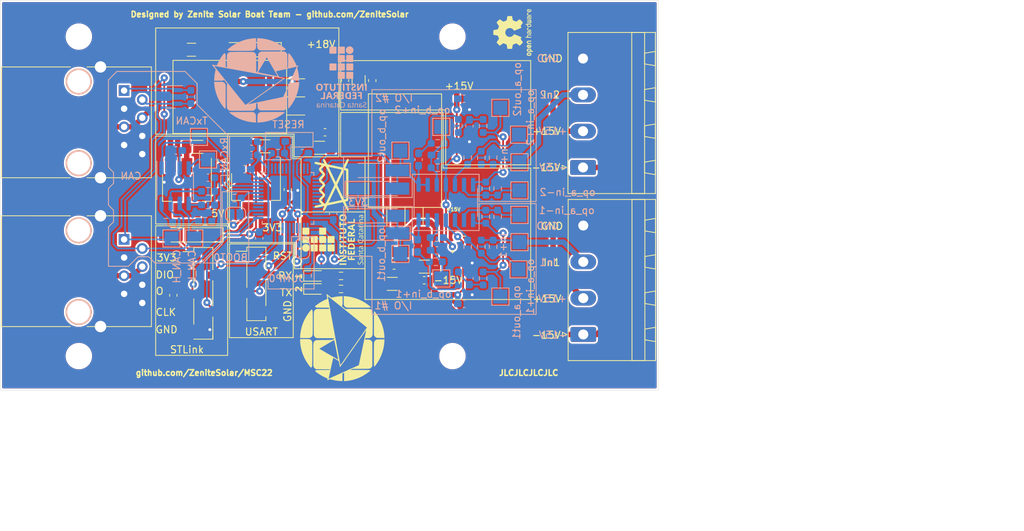
<source format=kicad_pcb>
(kicad_pcb (version 20240108) (generator "pcbnew") (generator_version "8.0")
  (layers (0 "F.Cu" signal) (31 "B.Cu" signal) (34 "B.Paste" user) (35 "F.Paste" user) (36 "B.SilkS" user "B.Silkscreen") (37 "F.SilkS" user "F.Silkscreen") (38 "B.Mask" user) (39 "F.Mask" user) (44 "Edge.Cuts" user))
  (net 0 "")
  (net 1 "GND")
  (net 2 "+3V3")
  (net 3 "Net-(C102-Pad1)")
  (net 4 "Net-(C103-Pad1)")
  (net 5 "Net-(C104-Pad1)")
  (net 6 "/Bipolar Analog/out1")
  (net 7 "Net-(C105-Pad1)")
  (net 8 "/Bipolar Analog/out2")
  (net 9 "Net-(C106-Pad1)")
  (net 10 "Net-(C107-Pad1)")
  (net 11 "+15V")
  (net 12 "-15V")
  (net 13 "/STM32/RESET")
  (net 14 "/POWER SUPPLY/+18V")
  (net 15 "+5V")
  (net 16 "Net-(C132-Pad1)")
  (net 17 "Net-(D105-Pad2)")
  (net 18 "Net-(D106-Pad2)")
  (net 19 "/CANBUS CONN/CAN_H")
  (net 20 "/CANBUS CONN/CAN_L")
  (net 21 "Net-(D108-Pad2)")
  (net 22 "/CANBUS CONN/CAN_18V")
  (net 23 "/STM32/USART1_RX")
  (net 24 "/STM32/USART1_TX")
  (net 25 "/STM32/SWDIO")
  (net 26 "/STM32/SWO")
  (net 27 "/STM32/SWCLK")
  (net 28 "/Bipolar Analog/in1+")
  (net 29 "/Bipolar Analog/in2+")
  (net 30 "Net-(R103-Pad1)")
  (net 31 "Net-(R104-Pad1)")
  (net 32 "Net-(R105-Pad1)")
  (net 33 "Net-(R106-Pad1)")
  (net 34 "Net-(R107-Pad1)")
  (net 35 "Net-(R109-Pad1)")
  (net 36 "/STM32/LED0")
  (net 37 "/STM32/LED1")
  (net 38 "/STM32/BOOT0")
  (net 39 "Net-(R124-Pad1)")
  (net 40 "Net-(R126-Pad2)")
  (net 41 "/STM32/JUMP0")
  (net 67 "/CANBUS/CAN_RX")
  (net 68 "/CANBUS/CAN_TX")
  (net 69 "Net-(C101-Pad2)")
  (footprint "naolavar:naolavar" (layer "F.Cu") (at 135.7884 98.1456 90)
    (property "Reference" "SYM105")
    (property "Value" "SYM_Radioactive_Radiation_Small" (hide yes))
  )
  (footprint "Package_TO_SOT_SMD:SOT-223-3_TabPin2" (layer "F.Cu") (at 115.57 98.552 -90)
    (property "Reference" "U105")
    (property "Value" "AMS1117-5")
  )
  (footprint "logoifsc:logoifsc" (layer "F.Cu") (at 135.9408 105.8164 90)
    (property "Reference" "SYM102")
    (property "Value" "SYM_LASER_Small" (hide yes))
  )
  (footprint "Symbol:OSHW-Logo2_7.3x6mm_SilkScreen" (layer "F.Cu") (at 161.163 76.835 90)
    (property "Reference" "LOGO101" (hide yes))
    (property "Value" "Logo_Open_Hardware_Small" (hide yes))
  )
  (footprint "LED_SMD:LED_0603_1608Metric_Pad1.05x0.95mm_HandSolder" (layer "F.Cu") (at 133.5532 112.7252)
    (property "Reference" "D106")
    (property "Value" "~")
  )
  (footprint "KicadZeniteSolarLibrary18:TO-220-3_Horizontal_Tabless_SMD" (layer "F.Cu") (at 143.51 105.0065)
    (property "Reference" "U104")
    (property "Value" "K78L15-1000R3")
  )
  (footprint "Capacitor_SMD:C_0603_1608Metric_Pad1.08x0.95mm_HandSolder" (layer "F.Cu") (at 144.526 109.4515 180)
    (property "Reference" "C120")
    (property "Value" "100n")
  )
  (footprint "MountingHole:MountingHole_3.2mm_M3" (layer "F.Cu") (at 152.69 122.12)
    (property "Reference" "H104")
    (property "Value" "Mount_BR")
  )
  (footprint "Capacitor_SMD:C_0603_1608Metric_Pad1.08x0.95mm_HandSolder" (layer "F.Cu") (at 120.396 98.171 -90)
    (property "Reference" "C126")
    (property "Value" "100n")
  )
  (footprint "Capacitor_SMD:C_1206_3216Metric_Pad1.33x1.80mm_HandSolder" (layer "F.Cu") (at 134.112 92.964)
    (property "Reference" "C117")
    (property "Value" "4.7u")
  )
  (footprint "LED_SMD:LED_0603_1608Metric_Pad1.05x0.95mm_HandSolder" (layer "F.Cu") (at 133.5532 110.8964)
    (property "Reference" "D105")
    (property "Value" "~")
  )
  (footprint "Capacitor_SMD:C_1206_3216Metric_Pad1.33x1.80mm_HandSolder" (layer "F.Cu") (at 126.492 92.7608 180)
    (property "Reference" "C130")
    (property "Value" "4.7u")
  )
  (footprint "KicadZeniteSolarLibrary18:RJ45_YH59_01" (layer "F.Cu") (at 106.7816 105.786 -90)
    (property "Reference" "J105")
    (property "Value" "RJ45")
  )
  (footprint "logo:logo" (layer "F.Cu") (at 137.2616 119.5324 90)
    (property "Reference" "SYM101" (hide yes))
    (property "Value" "SYM_Radioactive_Radiation_Small" (hide yes))
  )
  (footprint "Capacitor_SMD:C_1206_3216Metric_Pad1.33x1.80mm_HandSolder" (layer "F.Cu") (at 144.272 112.014 180)
    (property "Reference" "C118")
    (property "Value" "4.7u")
  )
  (footprint "Connector_Phoenix_MSTB:PhoenixContact_MSTBA_2,5_4-G-5,08_1x04_P5.08mm_Horizontal" (layer "F.Cu") (at 170.942 95.7245 90)
    (property "Reference" "J104")
    (property "Value" "Sensor2")
  )
  (footprint "Capacitor_SMD:C_0603_1608Metric_Pad1.08x0.95mm_HandSolder" (layer "F.Cu") (at 129.667 98.806 -90)
    (property "Reference" "C129")
    (property "Value" "100n")
  )
  (footprint "Package_TO_SOT_SMD:SOT-223-3_TabPin2" (layer "F.Cu") (at 125.222 98.425 -90)
    (property "Reference" "U106")
    (property "Value" "AMS1117-3.3")
  )
  (footprint "MountingHole:MountingHole_3.2mm_M3" (layer "F.Cu") (at 100.457 122.12)
    (property "Reference" "H101")
    (property "Value" "Mount_TL")
  )
  (footprint "Resistor_SMD:R_0603_1608Metric_Pad0.98x0.95mm_HandSolder" (layer "F.Cu") (at 137.1092 112.7252 180)
    (property "Reference" "R120")
    (property "Value" "10k")
  )
  (footprint "MountingHole:MountingHole_3.2mm_M3" (layer "F.Cu") (at 152.69 77.41)
    (property "Reference" "H103")
    (property "Value" "Mount_BL")
  )
  (footprint "Connector_PinHeader_2.54mm:PinHeader_1x04_P2.54mm_Vertical_SMD_Pin1Left" (layer "F.Cu") (at 125.2728 112.014)
    (property "Reference" "J101")
    (property "Value" "USART")
  )
  (footprint "Fuse:Fuse_1206_3216Metric_Pad1.42x1.75mm_HandSolder" (layer "F.Cu") (at 116.205 79.248)
    (property "Reference" "F101")
    (property "Value" "Fuse")
  )
  (footprint "MountingHole:MountingHole_3.2mm_M3" (layer "F.Cu") (at 100.457 77.41)
    (property "Reference" "H102")
    (property "Value" "Mount_TR")
  )
  (footprint "Capacitor_SMD:C_0603_1608Metric_Pad1.08x0.95mm_HandSolder" (layer "F.Cu") (at 148.7435 111.506)
    (property "Reference" "C125")
    (property "Value" "100n")
  )
  (footprint "Capacitor_SMD:C_0603_1608Metric_Pad1.08x0.95mm_HandSolder" (layer "F.Cu") (at 141.478 83.566 90)
    (property "Reference" "C124")
    (property "Value" "100n")
  )
  (footprint "Connector_PinHeader_2.54mm:PinHeader_1x05_P2.54mm_Vertical_SMD_Pin1Left" (layer "F.Cu") (at 117.856 113.3348)
    (property "Reference" "J102")
    (property "Value" "STLink")
  )
  (footprint "Connector_Phoenix_MSTB:PhoenixContact_MSTBA_2,5_4-G-5,08_1x04_P5.08mm_Horizontal" (layer "F.Cu") (at 170.9745 119.0925 90)
    (property "Reference" "J103")
    (property "Value" "Sensor1")
  )
  (footprint "Capacitor_SMD:C_0603_1608Metric_Pad1.08x0.95mm_HandSolder" (layer "F.Cu") (at 113.665 113.6142 90)
    (property "Reference" "C101")
    (property "Value" "100n")
  )
  (footprint "Capacitor_SMD:C_1206_3216Metric_Pad1.33x1.80mm_HandSolder" (layer "F.Cu") (at 117.094 92.837 180)
    (property "Reference" "C127")
    (property "Value" "4.7u")
  )
  (footprint "Diode_SMD:D_MiniMELF_Handsoldering" (layer "F.Cu") (at 124.206 79.248 180)
    (property "Reference" "D108")
    (property "Value" "LL4148")
  )
  (footprint "Capacitor_SMD:C_0603_1608Metric_Pad1.08x0.95mm_HandSolder" (layer "F.Cu") (at 120.396 94.742 -90)
    (property "Reference" "C128")
    (property "Value" "100n")
  )
  (footprint "Capacitor_SMD:C_0603_1608Metric_Pad1.08x0.95mm_HandSolder" (layer "F.Cu") (at 137.668 83.566 90)
    (property "Reference" "C121")
    (property "Value" "100n")
  )
  (footprint "Capacitor_SMD:C_1206_3216Metric_Pad1.33x1.80mm_HandSolder" (layer "F.Cu") (at 148.7435 109.5985)
    (property "Reference" "C123")
    (property "Value" "4.7u")
  )
  (footprint "Diode_SMD:D_MiniMELF_Handsoldering" (layer "F.Cu") (at 116.078 105.156 180)
    (property "Reference" "D109")
    (property "Value" "LL4148")
  )
  (footprint "KicadZeniteSolarLibrary18:RJ45_YH59_01" (layer "F.Cu") (at 106.7816 84.958 -90)
    (property "Reference" "J106")
    (property "Value" "RJ45")
  )
  (footprint "Resistor_SMD:R_0603_1608Metric_Pad0.98x0.95mm_HandSolder" (layer "F.Cu") (at 137.1092 110.8964 180)
    (property "Reference" "R121")
    (property "Value" "10k")
  )
  (footprint "KicadZeniteSolarLibrary18:TO-220-3_Horizontal_Tabless_SMD" (layer "F.Cu") (at 133.1976 88.392 90)
    (property "Reference" "U103")
    (property "Value" "K78L15-1000R3")
  )
  (footprint "Capacitor_SMD:C_0603_1608Metric_Pad1.08x0.95mm_HandSolder" (layer "F.Cu") (at 134.874 90.805)
    (property "Reference" "C119")
    (property "Value" "100n")
  )
  (footprint "Capacitor_SMD:C_1206_3216Metric_Pad1.33x1.80mm_HandSolder" (layer "F.Cu") (at 139.573 83.566 90)
    (property "Reference" "C122")
    (property "Value" "4.7u")
  )
  (footprint "Resistor_SMD:R_0603_1608Metric_Pad0.98x0.95mm_HandSolder" (layer "B.Cu") (at 150.368 108.9152 180)
    (property "Reference" "R115")
    (property "Value" "1k")
  )
  (footprint "Resistor_SMD:R_0603_1608Metric_Pad0.98x0.95mm_HandSolder" (layer "B.Cu") (at 153.5176 89.916 -90)
    (property "Reference" "R114")
    (property "Value" "1k")
  )
  (footprint "Resistor_SMD:R_0603_1608Metric_Pad0.98x0.95mm_HandSolder" (layer "B.Cu") (at 128.298 93.726 180)
    (property "Reference" "R119")
    (property "Value" "10k")
  )
  (footprint "Capacitor_SMD:C_0603_1608Metric_Pad1.08x0.95mm_HandSolder" (layer "B.Cu") (at 118.523049 97.155 180)
    (property "Reference" "C132")
    (property "Value" "4.7n")
  )
  (footprint "Capacitor_SMD:C_0603_1608Metric_Pad1.08x0.95mm_HandSolder" (layer "B.Cu") (at 150.622 93.98)
    (property "Reference" "C107")
    (property "Value" "100n")
  )
  (footprint "TestPoint:TestPoint_Pad_2.0x2.0mm" (layer "B.Cu") (at 162.052 98.933 -90)
    (property "Reference" "TP105")
    (property "Value" "op_a_in-2")
  )
  (footprint "Capacitor_SMD:C_0603_1608Metric_Pad1.08x0.95mm_HandSolder" (layer "B.Cu") (at 131.699 93.726)
    (property "Reference" "C115")
    (property "Value" "100n")
  )
  (footprint "Capacitor_SMD:C_0603_1608Metric_Pad1.08x0.95mm_HandSolder" (layer "B.Cu") (at 154.305 114.808 180)
    (property "Reference" "C109")
    (property "Value" "100n")
  )
  (footprint "TestPoint:TestPoint_Pad_2.0x2.0mm" (layer "B.Cu") (at 145.415 107.823 -90)
    (property "Reference" "TP111")
    (property "Value" "op_b_out1")
  )
  (footprint "TestPoint:TestPoint_Pad_2.0x2.0mm" (layer "B.Cu") (at 159.385 113.792 -90)
    (property "Reference" "TP107")
    (property "Value" "op_a_out1")
  )
  (footprint "TestPoint:TestPoint_Pad_2.0x2.0mm" (layer "B.Cu") (at 151.13 111.252 -90)
    (property "Reference" "TP109")
    (property "Value" "op_b_in+1")
  )
  (footprint "Diode_SMD:D_MiniMELF_Handsoldering" (layer "B.Cu") (at 142.24 98.679)
    (property "Reference" "D103")
    (property "Value" "3V9")
  )
  (footprint "Package_SO:SOIC-14_3.9x8.7mm_P1.27mm" (layer "B.Cu") (at 151.765 100.62 -90)
    (property "Reference" "U101")
    (property "Value" "LM324")
  )
  (footprint "Package_TO_SOT_SMD:SOT-23" (layer "B.Cu") (at 113.284 85.852 180)
    (property "Reference" "D107")
    (property "Value" "pesd1can")
  )
  (footprint "Resistor_SMD:R_0603_1608Metric_Pad0.98x0.95mm_HandSolder" (layer "B.Cu") (at 154.813 106.807 90)
    (property "Reference" "R108")
    (property "Value" "560")
  )
  (footprint "Capacitor_SMD:C_0603_1608Metric_Pad1.08x0.95mm_HandSolder" (layer "B.Cu") (at 155.067 89.916 -90)
    (property "Reference" "C103")
    (property "Value" "100n")
  )
  (footprint "Capacitor_SMD:C_0603_1608Metric_Pad1.08x0.95mm_HandSolder" (layer "B.Cu") (at 147.955 94.615 -90)
    (property "Reference" "C105")
    (property "Value" "100n")
  )
  (footprint "TestPoint:TestPoint_Pad_2.0x2.0mm" (layer "B.Cu") (at 145.415 93.374 -90)
    (property "Reference" "TP112")
    (property "Value" "op_b_out2")
  )
  (footprint "Resistor_SMD:R_0603_1608Metric_Pad0.98x0.95mm_HandSolder" (layer "B.Cu") (at 112.649 103.378 180)
    (property "Reference" "R124")
    (property "Value" "4k7")
  )
  (footprint "Diode_SMD:D_MiniMELF_Handsoldering" (layer "B.Cu") (at 142.24 102.489)
    (property "Reference" "D101")
    (property "Value" "3V9")
  )
  (footprint "TestPoint:TestPoint_Pad_2.0x2.0mm" (layer "B.Cu") (at 161.9885 91.13 -90)
    (property "Reference" "TP106")
    (property "Value" "op_a_in+2")
  )
  (footprint "Resistor_SMD:R_0603_1608Metric_Pad0.98x0.95mm_HandSolder" (layer "B.Cu") (at 156.718 94.361 -90)
    (property "Reference" "R106")
    (property "Value" "1k")
  )
  (footprint "Resistor_SMD:R_0603_1608Metric_Pad0.98x0.95mm_HandSolder" (layer "B.Cu") (at 118.11 103.251)
    (property "Reference" "R128")
    (property "Value" "520")
  )
  (footprint "Capacitor_SMD:C_0603_1608Metric_Pad1.08x0.95mm_HandSolder" (layer "B.Cu") (at 125.6792 105.6132 90)
    (property "Reference" "C113")
    (property "Value" "100n")
  )
  (footprint "Capacitor_SMD:C_0603_1608Metric_Pad1.08x0.95mm_HandSolder" (layer "B.Cu") (at 147.828 106.68 90)
    (property "Reference" "C104")
    (property "Value" "100n")
  )
  (footprint "Resistor_SMD:R_0603_1608Metric_Pad0.98x0.95mm_HandSolder" (layer "B.Cu") (at 153.5176 111.252 90)
    (property "Reference" "R113")
    (property "Value" "1k")
  )
  (footprint "Resistor_SMD:R_0603_1608Metric_Pad0.98x0.95mm_HandSolder" (layer "B.Cu") (at 154.813 94.361 -90)
    (property "Reference" "R110")
    (property "Value" "560")
  )
  (footprint "Resistor_SMD:R_0603_1608Metric_Pad0.98x0.95mm_HandSolder" (layer "B.Cu") (at 150.622 95.758 180)
    (property "Reference" "R118")
    (property "Value" "22k")
  )
  (footprint "logoifsc:logoifsc" (layer "B.Cu") (at 137.16 83.058 180)
    (property "Reference" "SYM104")
    (property "Value" "SYM_LASER_Small" (hide yes))
  )
  (footprint "Capacitor_SMD:C_0603_1608Metric_Pad1.08x0.95mm_HandSolder" (layer "B.Cu") (at 136.017 102.19975 -90)
    (property "Reference" "C112")
    (property "Value" "100n")
  )
  (footprint "TestPoint:TestPoint_Pad_2.0x2.0mm" (layer "B.Cu") (at 162.052 106.172 -90)
    (property "Reference" "TP101")
    (property "Value" "in+1")
  )
  (footprint "Resistor_SMD:R_0603_1608Metric_Pad0.98x0.95mm_HandSolder" (layer "B.Cu") (at 156.972 89.916 -90)
    (property "Reference" "R112")
    (property "Value" "1k")
  )
  (footprint "Resistor_SMD:R_0603_1608Metric_Pad0.98x0.95mm_HandSolder" (layer "B.Cu") (at 150.495 105.537 180)
    (property "Reference" "R117")
    (property "Value" "22k")
  )
  (footprint "Resistor_SMD:R_0603_1608Metric_Pad0.98x0.95mm_HandSolder" (layer "B.Cu") (at 118.523049 99.06 180)
    (property "Reference" "R127")
    (property "Value" "520")
  )
  (footprint "Capacitor_SMD:C_0603_1608Metric_Pad1.08x0.95mm_HandSolder" (layer "B.Cu") (at 124.6124 92.10325)
    (property "Reference" "C111")
    (property "Value" "100n")
  )
  (footprint "Capacitor_SMD:C_0603_1608Metric_Pad1.08x0.95mm_HandSolder" (layer "B.Cu") (at 123.6472 95.9612)
    (property "Reference" "C114")
    (property "Value" "100n")
  )
  (footprint "Capacitor_SMD:C_0603_1608Metric_Pad1.08x0.95mm_HandSolder" (layer "B.Cu") (at 154.305 86.106)
    (property "Reference" "C108")
    (property "Value" "100n")
  )
  (footprint "Resistor_SMD:R_0603_1608Metric_Pad0.98x0.95mm_HandSolder" (layer "B.Cu") (at 156.718 106.807 90)
    (property "Reference" "R104")
    (property "Value" "1k")
  )
  (footprint "Resistor_SMD:R_0603_1608Metric_Pad0.98x0.95mm_HandSolder" (layer "B.Cu") (at 118.523049 100.965 180)
    (property "Reference" "R126")
    (property "Value" "300")
  )
  (footprint "Resistor_SMD:R_0603_1608Metric_Pad0.98x0.95mm_HandSolder" (layer "B.Cu") (at 116.11725 85.852 90)
    (property "Reference" "R125")
    (property "Value" "NC")
  )
  (footprint "TestPoint:TestPoint_Pad_2.0x2.0mm" (layer "B.Cu") (at 117.253049 91.44 180)
    (property "Reference" "TP501")
    (property "Value" "TxCAN")
  )
  (footprint "Capacitor_SMD:C_0603_1608Metric_Pad1.08x0.95mm_HandSolder" (layer "B.Cu") (at 114.046 93.345)
    (property "Reference" "C131")
    (property "Value" "100n")
  )
  (footprint "Resistor_SMD:R_0603_1608Metric_Pad0.98x0.95mm_HandSolder" (layer "B.Cu") (at 122.23325 99.99325 180)
    (property "Reference" "R123")
    (property "Value" "10k")
  )
  (footprint "TestPoint:TestPoint_Pad_2.0x2.0mm" (layer "B.Cu") (at 159.385 87.376 -90)
    (property "Reference" "TP108")
    (property "Value" "op_a_out2")
  )
  (footprint "Resistor_SMD:R_0603_1608Metric_Pad0.98x0.95mm_HandSolder" (layer "B.Cu") (at 150.622 92.3544 180)
    (property "Reference" "R116")
    (property "Value" "1k")
  )
  (footprint "Resistor_SMD:R_0603_1608Metric_Pad0.98x0.95mm_HandSolder" (layer "B.Cu") (at 157.353 102.616 90)
    (property "Reference" "R107")
    (property "Value" "560")
  )
  (footprint "TestPoint:TestPoint_Pad_2.0x2.0mm" (layer "B.Cu") (at 151.13 90.043 -90)
    (property "Reference" "TP110")
    (property "Value" "op_b_in+2")
  )
  (footprint "Package_SO:SOIC-8_3.9x4.9mm_P1.27mm" (layer "B.Cu") (at 113.919 98.298 -90)
    (property "Reference" "U501")
    (property "Value" "MCP2561-E-SN")
  )
  (footprint "Jumper:SolderJumper-2_P1.3mm_Open_RoundedPad1.0x1.5mm" (layer "B.Cu") (at 131.7244 107.0864 90)
    (property "Reference" "R301")
    (property "Value" "JUMP0")
  )
  (footprint "TestPoint:TestPoint_Pad_2.0x2.0mm" (layer "B.Cu") (at 161.925 109.982 -90)
    (property "Reference" "TP104")
    (property "Value" "op_a_in+1")
  )
  (footprint "TestPoint:TestPoint_Pad_2.0x2.0mm" (layer "B.Cu") (at 162.052 94.996 -90)
    (property "Reference" "TP102")
    (property "Value" "in+2")
  )
  (footprint "Capacitor_SMD:C_0603_1608Metric_Pad1.08x0.95mm_HandSolder" (layer "B.Cu") (at 124.6124 93.98)
    (property "Reference" "C110")
    (property "Value" "100n")
  )
  (footprint "Resistor_SMD:R_0603_1608Metric_Pad0.98x0.95mm_HandSolder" (layer "B.Cu") (at 132.4356 110.8456 -90)
    (property "Reference" "R302")
    (property "Value" "10k")
  )
  (footprint "TestPoint:TestPoint_Pad_2.0x2.0mm" (layer "B.Cu") (at 113.411 105.664 -90)
    (property "Reference" "TP503")
    (property "Value" "CAN_H")
  )
  (footprint "Resistor_SMD:R_0603_1608Metric_Pad0.98x0.95mm_HandSolder" (layer "B.Cu") (at 159.004 102.616 -90)
    (property "Reference" "R103")
    (property "Value" "1k")
  )
  (footprint "Capacitor_SMD:C_0603_1608Metric_Pad1.08x0.95mm_HandSolder" (layer "B.Cu") (at 155.067 111.252 90)
    (property "Reference" "C102")
    (property "Value" "100n")
  )
  (footprint "Resistor_SMD:R_0603_1608Metric_Pad0.98x0.95mm_HandSolder" (layer "B.Cu") (at 158.369 106.807 -90)
    (property "Reference" "R101")
    (property "Value" "30")
  )
  (footprint "Resistor_SMD:R_0603_1608Metric_Pad0.98x0.95mm_HandSolder" (layer "B.Cu") (at 158.369 94.361 90)
    (property "Reference" "R102")
    (property "Value" "30")
  )
  (footprint "Capacitor_SMD:C_0603_1608Metric_Pad1.08x0.95mm_HandSolder" (layer "B.Cu") (at 130.175 92.075 180)
    (property "Reference" "C116")
    (property "Value" "100n")
  )
  (footprint "Package_QFP:LQFP-48_7x7mm_P0.5mm" (layer "B.Cu") (at 129.695 100.04075 -90)
    (property "Reference" "U301")
    (property "Value" "STM32F103C8Tx")
  )
  (footprint "Diode_SMD:D_MiniMELF_Handsoldering" (layer "B.Cu") (at 142.24 104.9274 180)
    (property "Reference" "D102")
    (property "Value" "3V9")
  )
  (footprint "TestPoint:TestPoint_Pad_2.0x2.0mm" (layer "B.Cu") (at 116.586 105.664 -90)
    (property "Reference" "TP504")
    (property "Value" "CAN_L")
  )
  (footprint "Diode_SMD:D_MiniMELF_Handsoldering" (layer "B.Cu") (at 142.24 96.139 180)
    (property "Reference" "D104")
    (property "Value" "3V9")
  )
  (footprint "TestPoint:TestPoint_Pad_2.0x2.0mm" (layer "B.Cu") (at 118.523049 94.615 180)
    (property "Reference" "TP502")
    (property "Value" "RxCAN")
  )
  (footprint "Resistor_SMD:R_0603_1608Metric_Pad0.98x0.95mm_HandSolder" (layer "B.Cu") (at 159.004 98.679 90)
    (property "Reference" "R105")
    (property "Value" "1k")
  )
  (footprint "TestPoint:TestPoint_Pad_2.0x2.0mm" (layer "B.Cu") (at 162.052 102.362 -90)
    (property "Reference" "TP103")
    (property "Value" "op_a_in-1")
  )
  (footprint "Resistor_SMD:R_0603_1608Metric_Pad0.98x0.95mm_HandSolder" (layer "B.Cu") (at 156.972 111.252 90)
    (property "Reference" "R111")
    (property "Value" "1k")
  )
  (footprint "Capacitor_SMD:C_0603_1608Metric_Pad1.08x0.95mm_HandSolder" (layer "B.Cu") (at 150.495 107.315)
    (property "Reference" "C106")
    (property "Value" "100n")
  )
  (footprint "Resistor_SMD:R_0603_1608Metric_Pad0.98x0.95mm_HandSolder" (layer "B.Cu") (at 157.353 98.679 -90)
    (property "Reference" "R109")
    (property "Value" "560")
  )
  (footprint "logo:logo" (layer "B.Cu") (at 125.1712 83.5152 180)
    (property "Reference" "SYM103" (hide yes))
    (property "Value" "SYM_Radioactive_Radiation_Small" (hide yes))
  )
  (footprint "Jumper:SolderJumper-2_P1.3mm_Open_RoundedPad1.0x1.5mm" (layer "B.Cu") (at 122.36025 102.27925)
    (property "Reference" "R122")
    (property "Value" "BOOT0")
  )
  (gr_line (start 146.812 84.836) (end 141.4272 84.836) (stroke (width 0.12)) (layer "B.SilkS"))
  (gr_line (start 160.0708 84.836) (end 164.338 84.836) (stroke (width 0.12)) (layer "B.SilkS"))
  (gr_line (start 146.812 116.2812) (end 160.0708 116.2812) (stroke (width 0.12)) (layer "B.SilkS"))
  (gr_line (start 120.4976 106.426) (end 117.8306 109.093) (stroke (width 0.12)) (layer "B.SilkS"))
  (gr_line (start 146.812 116.2812) (end 144.6784 116.2812) (stroke (width 0.12)) (layer "B.SilkS"))
  (gr_line (start 164.3888 84.836) (end 164.338 84.836) (stroke (width 0.12)) (layer "B.SilkS"))
  (gr_line (start 130.2004 107.6452) (end 130.2004 105.41) (stroke (width 0.12)) (layer "B.SilkS"))
  (gr_line (start 164.3888 111.9632) (end 164.3888 116.2812) (stroke (width 0.12)) (layer "B.SilkS"))
  (gr_line (start 133.1976 90.8304) (end 133.1976 92.8624) (stroke (width 0.12)) (layer "B.SilkS"))
  (gr_line (start 130.0988 94.6404) (end 130.0988 92.8624) (stroke (width 0.12)) (layer "B.SilkS"))
  (gr_line (start 120.2944 96.8248) (end 120.2944 104.902) (stroke (width 0.12)) (layer "B.SilkS"))
  (gr_line (start 120.2944 96.8248) (end 121.5136 96.8248) (stroke (width 0.12)) (layer "B.SilkS"))
  (gr_line (start 126.5428 90.8304) (end 133.1976 90.8304) (stroke (width 0.12)) (layer "B.SilkS"))
  (gr_line (start 137.4648 106.934) (end 137.4648 108.1532) (stroke (width 0.12)) (layer "B.SilkS"))
  (gr_line (start 115.316 82.296) (end 110.998 82.296) (stroke (width 0.12)) (layer "B.SilkS"))
  (gr_line (start 144.7292 99.9236) (end 138.0236 99.9236) (stroke (width 0.12)) (layer "B.SilkS"))
  (gr_line (start 105.3084 97.9424) (end 104.5972 98.6536) (stroke (width 0.12)) (layer "B.SilkS"))
  (gr_line (start 104.5972 107.8484) (end 104.5972 109.093) (stroke (width 0.12)) (layer "B.SilkS"))
  (gr_line (start 164.3888 116.2812) (end 164.338 116.2812) (stroke (width 0.12)) (layer "B.SilkS"))
  (gr_line (start 141.4272 108.1532) (end 137.4648 108.1532) (stroke (width 0.12)) (layer "B.SilkS"))
  (gr_line (start 108.712 108.2294) (end 107.3912 109.5502) (stroke (width 0.12)) (layer "B.SilkS"))
  (gr_line (start 104.5972 83.4644) (end 104.5972 95.7072) (stroke (width 0.12)) (layer "B.SilkS"))
  (gr_line (start 104.5972 104.0384) (end 104.5972 107.188) (stroke (width 0.12)) (layer "B.SilkS"))
  (gr_line (start 144.78 101.1936) (end 138.0236 101.1936) (stroke (width 0.12)) (layer "B.SilkS"))
  (gr_line (start 104.5972 109.5502) (end 104.5972 109.093) (stroke (width 0.12)) (layer "B.SilkS"))
  (gr_line (start 160.02 100.7872) (end 156.4132 100.7872) (stroke (width 0.12)) (layer "B.SilkS"))
  (gr_line (start 104.5972 100.9904) (end 105.3084 101.7016) (stroke (width 0.12)) (layer "B.SilkS"))
  (gr_line (start 105.3084 103.3272) (end 104.5972 104.0384) (stroke (width 0.12)) (layer "B.SilkS"))
  (gr_line (start 117.5004 109.093) (end 111.0996 109.093) (stroke (width 0.12)) (layer "B.SilkS"))
  (gr_line (start 160.02 100.4824) (end 156.4132 100.4824) (stroke (width 0.12)) (layer "B.SilkS"))
  (gr_line (start 126.8984 112.7252) (end 126.8984 110.9472) (stroke (width 0.12)) (layer "B.SilkS"))
  (gr_line (start 124.206 99.1108) (end 120.4976 99.1108) (stroke (width 0.12)) (layer "B.SilkS"))
  (gr_line (start 126.5428 94.6404) (end 130.0988 94.6404) (stroke (width 0.12)) (layer "B.SilkS"))
  (gr_line (start 104.5972 98.6536) (end 104.5972 100.9904) (stroke (width 0.12)) (layer "B.SilkS"))
  (gr_line (start 146.812 84.836) (end 160.0708 84.836) (stroke (width 0.12)) (layer "B.SilkS"))
  (gr_line (start 156.4132 100.4824) (end 156.4132 96.6724) (stroke (width 0.12)) (layer "B.SilkS"))
  (gr_line (start 120.2944 104.902) (end 120.2944 105.537) (stroke (width 0.12)) (layer "B.SilkS"))
  (gr_line (start 164.3888 89.154) (end 164.3888 100.4824) (stroke (width 0.12)) (layer "B.SilkS"))
  (gr_line (start 111.0996 109.093) (end 110.236 108.2294) (stroke (width 0.12)) (layer "B.SilkS"))
  (gr_line (start 126.5428 91.0336) (end 126.5428 94.6404) (stroke (width 0.12)) (layer "B.SilkS"))
  (gr_line (start 164.3888 100.7872) (end 164.3888 111.9632) (stroke (width 0.12)) (layer "B.SilkS"))
  (gr_line (start 126.8984 110.9472) (end 130.2004 107.6452) (stroke (width 0.12)) (layer "B.SilkS"))
  (gr_line (start 147.066 101.1936) (end 147.066 104.5464) (stroke (width 0.12)) (layer "B.SilkS"))
  (gr_line (start 141.4272 94.1832) (end 141.4272 84.8868) (stroke (width 0.12)) (layer "B.SilkS"))
  (gr_line (start 120.4976 105.156) (end 120.4976 106.426) (stroke (width 0.12)) (layer "B.SilkS"))
  (gr_line (start 156.4132 104.5464) (end 148.1328 104.5464) (stroke (width 0.12)) (layer "B.SilkS"))
  (gr_line (start 107.3912 109.5502) (end 104.5972 109.5502) (stroke (width 0.12)) (layer "B.SilkS"))
  (gr_line (start 144.7292 99.9236) (end 147.066 99.9236) (stroke (width 0.12)) (layer "B.SilkS"))
  (gr_line (start 133.35 112.7252) (end 129.3876 112.7252) (stroke (width 0.12)) (layer "B.SilkS"))
  (gr_line (start 143.256 116.2812) (end 144.6784 116.2812) (stroke (width 0.12)) (layer "B.SilkS"))
  (gr_line (start 120.2944 105.537) (end 120.2944 105.918) (stroke (width 0.12)) (layer "B.SilkS"))
  (gr_line (start 133.35 105.41) (end 133.35 105.664) (stroke (width 0.12)) (layer "B.SilkS"))
  (gr_line (start 164.3888 89.2048) (end 164.3888 84.836) (stroke (width 0.12)) (layer "B.SilkS"))
  (gr_line (start 144.78 101.1936) (end 147.066 101.1936) (stroke (width 0.12)) (layer "B.SilkS"))
  (gr_line (start 137.4648 94.1832) (end 137.4648 99.9236) (stroke (width 0.12)) (layer "B.SilkS"))
  (gr_line (start 124.206 107.442) (end 124.206 99.1108) (stroke (width 0.12)) (layer "B.SilkS"))
  (gr_line (start 124.206 109.093) (end 124.206 107.8484) (stroke (width 0.12)) (layer "B.SilkS"))
  (gr_line (start 105.3084 101.7016) (end 105.3084 103.3272) (stroke (width 0.12)) (layer "B.SilkS"))
  (gr_line (start 104.5972 107.442) (end 104.5972 107.188) (stroke (width 0.12)) (layer "B.SilkS"))
  (gr_line (start 104.5972 107.442) (end 104.5972 107.8484) (stroke (width 0.12)) (layer "B.SilkS"))
  (gr_line (start 133.35 105.664) (end 133.35 112.7252) (stroke (width 0.12)) (layer "B.SilkS"))
  (gr_line (start 147.066 96.6724) (end 147.9804 96.6724) (stroke (width 0.12)) (layer "B.SilkS"))
  (gr_line (start 137.4648 94.1832) (end 141.4272 94.1832) (stroke (width 0.12)) (layer "B.SilkS"))
  (gr_line (start 137.4648 101.1936) (end 137.4648 106.934) (stroke (width 0.12)) (layer "B.SilkS"))
  (gr_line (start 141.4272 108.1532) (end 141.4272 116.2812) (stroke (width 0.12)) (layer "B.SilkS"))
  (gr_line (start 160.0708 116.2812) (end 164.338 116.2812) (stroke (width 0.12)) (layer "B.SilkS"))
  (gr_line (start 138.0236 99.9236) (end 137.4648 99.9236) (stroke (width 0.12)) (layer "B.SilkS"))
  (gr_line (start 105.3084 96.4184) (end 105.3084 97.9424) (stroke (width 0.12)) (layer "B.SilkS"))
  (gr_line (start 120.2944 105.918) (end 120.2944 106.299) (stroke (width 0.12)) (layer "B.SilkS"))
  (gr_line (start 110.998 82.296) (end 106.2736 82.296) (stroke (width 0.12)) (layer "B.SilkS"))
  (gr_line (start 105.7656 82.296) (end 104.5972 83.4644) (stroke (width 0.12)) (layer "B.SilkS"))
  (gr_line (start 116.9924 86.9188) (end 116.9924 83.9724) (stroke (width 0.12)) (layer "B.SilkS"))
  (gr_line (start 129.3876 112.7252) (end 126.8984 112.7252) (stroke (width 0.12)) (layer "B.SilkS"))
  (gr_line (start 147.066 104.5464) (end 148.1328 104.5464) (stroke (width 0.12)) (layer "B.SilkS"))
  (gr_line (start 141.4272 84.8868) (end 141.4272 84.836) (stroke (width 0.12)) (layer "B.SilkS"))
  (gr_line (start 116.9924 83.9724) (end 115.316 82.296) (stroke (width 0.12)) (layer "B.SilkS"))
  (gr_line (start 156.4132 100.7872) (end 156.4132 104.5464) (stroke (width 0.12)) (layer "B.SilkS"))
  (gr_line (start 141.4272 116.2812) (end 143.256 116.2812) (stroke (width 0.12)) (layer "B.SilkS"))
  (gr_line (start 164.3888 100.7872) (end 160.02 100.7872) (stroke (width 0.12)) (layer "B.SilkS"))
  (gr_line (start 121.5136 96.8248) (end 121.5136 91.44) (stroke (width 0.12)) (layer "B.SilkS"))
  (gr_line (start 104.5972 95.7072) (end 105.3084 96.4184) (stroke (width 0.12)) (layer "B.SilkS"))
  (gr_line (start 138.0236 101.1936) (end 137.4648 101.1936) (stroke (width 0.12)) (layer "B.SilkS"))
  (gr_line (start 117.8306 109.093) (end 124.206 109.093) (stroke (width 0.12)) (layer "B.SilkS"))
  (gr_line (start 126.5428 90.8304) (end 126.5428 91.0336) (stroke (width 0.12)) (layer "B.SilkS"))
  (gr_line (start 120.4976 99.1108) (end 120.4976 105.156) (stroke (width 0.12)) (layer "B.SilkS"))
  (gr_line (start 124.206 107.8484) (end 124.206 107.442) (stroke (width 0.12)) (layer "B.SilkS"))
  (gr_line (start 121.5136 91.44) (end 116.9924 86.9188) (stroke (width 0.12)) (layer "B.SilkS"))
  (gr_line (start 156.4132 96.6724) (end 147.9804 96.6724) (stroke (width 0.12)) (layer "B.SilkS"))
  (gr_line (start 147.066 99.9236) (end 147.066 96.6724) (stroke (width 0.12)) (layer "B.SilkS"))
  (gr_line (start 120.2944 106.299) (end 117.5004 109.093) (stroke (width 0.12)) (layer "B.SilkS"))
  (gr_line (start 110.236 108.2294) (end 108.712 108.2294) (stroke (width 0.12)) (layer "B.SilkS"))
  (gr_line (start 164.3888 100.4824) (end 159.9692 100.4824) (stroke (width 0.12)) (layer "B.SilkS"))
  (gr_line (start 130.2004 105.41) (end 133.35 105.41) (stroke (width 0.12)) (layer "B.SilkS"))
  (gr_line (start 106.2736 82.296) (end 105.7656 82.296) (stroke (width 0.12)) (layer "B.SilkS"))
  (gr_line (start 130.0988 92.8624) (end 133.1976 92.8624) (stroke (width 0.12)) (layer "B.SilkS"))
  (gr_line (start 140.462 94.234) (end 140.462 111.3536) (stroke (width 0.12)) (layer "F.SilkS"))
  (gr_line (start 130.3528 91.3384) (end 130.3528 94.488) (stroke (width 0.12)) (layer "F.SilkS"))
  (gr_line (start 131.5212 109.474) (end 131.5212 94.488) (stroke (width 0.12)) (layer "F.SilkS"))
  (gr_line (start 121.2596 91.3384) (end 121.158 91.3384) (stroke (width 0.12)) (layer "F.SilkS"))
  (gr_line (start 140.462 114.173) (end 140.462 111.3536) (stroke (width 0.12)) (layer "F.SilkS"))
  (gr_line (start 140.462 114.1984) (end 140.462 114.173) (stroke (width 0.12)) (layer "F.SilkS"))
  (gr_line (start 121.2596 122.0216) (end 111.2012 122.0216) (stroke (width 0.12)) (layer "F.SilkS"))
  (gr_line (start 121.2596 120.1928) (end 121.2596 106.4768) (stroke (width 0.12)) (layer "F.SilkS"))
  (gr_line (start 130.429 119.5324) (end 121.793 119.5324) (stroke (width 0.12)) (layer "F.SilkS"))
  (gr_line (start 137.0584 87.6808) (end 151.7396 87.6808) (stroke (width 0.12)) (layer "F.SilkS"))
  (gr_line (start 111.2012 90.8812) (end 111.2012 90.972) (stroke (width 0.12)) (layer "F.SilkS"))
  (gr_line (start 130.556 91.059) (end 111.2012 91.059) (stroke (width 0.12)) (layer "F.SilkS"))
  (gr_line (start 136.8044 80.4164) (end 136.8044 76.3524) (stroke (width 0.12)) (layer "F.SilkS"))
  (gr_line (start 140.462 109.8804) (end 131.5212 109.8804) (stroke (width 0.12)) (layer "F.SilkS"))
  (gr_line (start 121.793 106.426) (end 130.429 106.426) (stroke (width 0.12)) (layer "F.SilkS"))
  (gr_line (start 111.2012 103.632) (end 121.2596 103.632) (stroke (width 0.12)) (layer "F.SilkS"))
  (gr_line (start 121.5136 106.426) (end 121.5136 119.5324) (stroke (width 0.12)) (layer "F.SilkS"))
  (gr_line (start 111.2012 90.8812) (end 111.2012 76.6572) (stroke (width 0.12)) (layer "F.SilkS"))
  (gr_line (start 163.6268 95.3516) (end 151.7396 95.3516) (stroke (width 0.12)) (layer "F.SilkS"))
  (gr_line (start 151.384 88.0364) (end 151.384 95.8088) (stroke (width 0.12)) (layer "F.SilkS"))
  (gr_line (start 131.5212 94.488) (end 130.3528 94.488) (stroke (width 0.12)) (layer "F.SilkS"))
  (gr_line (start 163.6268 82.1436) (end 163.6268 95.3516) (stroke (width 0.12)) (layer "F.SilkS"))
  (gr_line (start 121.5136 119.5324) (end 121.793 119.5324) (stroke (width 0.12)) (layer "F.SilkS"))
  (gr_line (start 136.8044 90.972) (end 136.8044 94.234) (stroke (width 0.12)) (layer "F.SilkS"))
  (gr_line (start 121.5136 91.3384) (end 130.3528 91.3384) (stroke (width 0.12)) (layer "F.SilkS"))
  (gr_line (start 111.2012 103.2764) (end 111.2012 103.632) (stroke (width 0.12)) (layer "F.SilkS"))
  (gr_line (start 130.6068 106.2228) (end 130.6068 109.8804) (stroke (width 0.12)) (layer "F.SilkS"))
  (gr_line (start 137.0584 88.0364) (end 137.0584 90.9828) (stroke (width 0.12)) (layer "F.SilkS"))
  (gr_line (start 111.2012 103.886) (end 111.2012 106.4768) (stroke (width 0.12)) (layer "F.SilkS"))
  (gr_line (start 163.6268 114.1984) (end 163.6268 95.8088) (stroke (width 0.12)) (layer "F.SilkS"))
  (gr_line (start 130.429 106.426) (end 130.429 117.602) (stroke (width 0.12)) (layer "F.SilkS"))
  (gr_line (start 151.7396 87.6808) (end 151.7396 88.7984) (stroke (width 0.12)) (layer "F.SilkS"))
  (gr_line (start 136.8552 87.122) (end 136.8552 84.836) (stroke (width 0.12)) (layer "F.SilkS"))
  (gr_line (start 126.238 76.2) (end 136.8044 76.2) (stroke (width 0.12)) (layer "F.SilkS"))
  (gr_line (start 130.556 94.234) (end 130.556 91.059) (stroke (width 0.12)) (layer "F.SilkS"))
  (gr_line (start 121.2596 120.1928) (end 121.2596 122.0216) (stroke (width 0.12)) (layer "F.SilkS"))
  (gr_line (start 137.0584 90.9828) (end 137.0584 94.234) (stroke (width 0.12)) (layer "F.SilkS"))
  (gr_line (start 126.238 76.2) (end 111.2012 76.2) (stroke (width 0.12)) (layer "F.SilkS"))
  (gr_line (start 136.8044 90.972) (end 136.8044 80.4164) (stroke (width 0.12)) (layer "F.SilkS"))
  (gr_line (start 151.7396 88.7984) (end 151.7396 95.3516) (stroke (width 0.12)) (layer "F.SilkS"))
  (gr_line (start 137.0584 80.772) (end 163.6268 80.772) (stroke (width 0.12)) (layer "F.SilkS"))
  (gr_line (start 151.384 95.8088) (end 163.6268 95.8088) (stroke (width 0.12)) (layer "F.SilkS"))
  (gr_line (start 121.5136 91.4908) (end 121.5136 92.202) (stroke (width 0.12)) (layer "F.SilkS"))
  (gr_line (start 121.5136 106.1212) (end 121.5136 106.2228) (stroke (width 0.12)) (layer "F.SilkS"))
  (gr_line (start 121.793 106.426) (end 121.5136 106.426) (stroke (width 0.12)) (layer "F.SilkS"))
  (gr_line (start 121.5136 91.4908) (end 121.5136 91.3384) (stroke (width 0.12)) (layer "F.SilkS"))
  (gr_line (start 136.8044 94.234) (end 130.556 94.234) (stroke (width 0.12)) (layer "F.SilkS"))
  (gr_line (start 137.0584 88.0364) (end 151.384 88.0364) (stroke (width 0.12)) (layer "F.SilkS"))
  (gr_line (start 111.2012 90.9266) (end 111.2012 91.059) (stroke (width 0.12)) (layer "F.SilkS"))
  (gr_line (start 121.5136 106.2228) (end 130.6068 106.2228) (stroke (width 0.12)) (layer "F.SilkS"))
  (gr_line (start 137.16 94.234) (end 137.0584 94.234) (stroke (width 0.12)) (layer "F.SilkS"))
  (gr_line (start 111.2012 91.3384) (end 111.2012 103.2764) (stroke (width 0.12)) (layer "F.SilkS"))
  (gr_line (start 163.6268 114.1984) (end 140.462 114.1984) (stroke (width 0.12)) (layer "F.SilkS"))
  (gr_line (start 137.0584 82.1436) (end 137.0584 80.772) (stroke (width 0.12)) (layer "F.SilkS"))
  (gr_line (start 121.2596 106.4768) (end 121.2596 103.9876) (stroke (width 0.12)) (layer "F.SilkS"))
  (gr_line (start 121.2596 103.9876) (end 121.2596 103.886) (stroke (width 0.12)) (layer "F.SilkS"))
  (gr_line (start 130.429 117.602) (end 130.429 119.5324) (stroke (width 0.12)) (layer "F.SilkS"))
  (gr_line (start 111.2012 106.4768) (end 111.2012 120.1928) (stroke (width 0.12)) (layer "F.SilkS"))
  (gr_line (start 111.2012 122.0216) (end 111.2012 120.1928) (stroke (width 0.12)) (layer "F.SilkS"))
  (gr_line (start 138.811 94.234) (end 140.462 94.234) (stroke (width 0.12)) (layer "F.SilkS"))
  (gr_line (start 121.5136 92.202) (end 121.5136 103.2764) (stroke (width 0.12)) (layer "F.SilkS"))
  (gr_line (start 131.5212 109.474) (end 131.5212 109.8804) (stroke (width 0.12)) (layer "F.SilkS"))
  (gr_line (start 137.0584 82.1436) (end 137.0584 87.6808) (stroke (width 0.12)) (layer "F.SilkS"))
  (gr_line (start 121.158 91.3384) (end 111.2012 91.3384) (stroke (width 0.12)) (layer "F.SilkS"))
  (gr_line (start 136.8044 76.2) (end 136.8044 76.3524) (stroke (width 0.12)) (layer "F.SilkS"))
  (gr_line (start 121.2596 103.886) (end 111.2012 103.886) (stroke (width 0.12)) (layer "F.SilkS"))
  (gr_line (start 130.6068 109.8804) (end 131.5212 109.8804) (stroke (width 0.12)) (layer "F.SilkS"))
  (gr_line (start 140.462 101.9556) (end 131.5212 101.9556) (stroke (width 0.12)) (layer "F.SilkS"))
  (gr_line (start 121.2596 103.632) (end 121.2596 91.3384) (stroke (width 0.12)) (layer "F.SilkS"))
  (gr_line (start 111.2012 76.2) (end 111.2012 76.6572) (stroke (width 0.12)) (layer "F.SilkS"))
  (gr_line (start 138.811 94.234) (end 137.16 94.234) (stroke (width 0.12)) (layer "F.SilkS"))
  (gr_line (start 121.5136 103.2764) (end 121.5136 106.1212) (stroke (width 0.12)) (layer "F.SilkS"))
  (gr_line (start 163.6268 80.772) (end 163.6268 82.1436) (stroke (width 0.12)) (layer "F.SilkS"))
  (gr_poly (pts (xy 181.483 126.89) (xy 89.4842 126.89) (xy 89.4842 72.34) (xy 181.483 72.34)) (stroke (width 0.05)) (fill none) (layer "Edge.Cuts"))
  (gr_text "GND" (at 166.0144 80.4672 0) (layer "B.SilkS") (effects (font (size 1 1)) (justify mirror)))
  (gr_text "CAN" (at 107.7468 96.9264 0) (layer "B.SilkS") (effects (font (size 1 1)) (justify mirror)))
  (gr_text "3V3" (at 139.4968 100.584 0) (layer "B.SilkS") (effects (font (size 1 1)) (justify mirror)))
  (gr_text "-15V" (at 166.8272 95.7072 0) (layer "B.SilkS") (effects (font (size 1 1)) (justify mirror)))
  (gr_text "BOOT0" (at 121.666 108.331 0) (layer "B.SilkS") (effects (font (size 1 1)) (justify mirror)))
  (gr_text "I/O #2" (at 144.526 86.0044 0) (layer "B.SilkS") (effects (font (size 1 1)) (justify mirror)))
  (gr_text "+15V" (at 166.7256 90.6272 0) (layer "B.SilkS") (effects (font (size 1 1)) (justify mirror)))
  (gr_text "RESET" (at 129.7432 89.7128 0) (layer "B.SilkS") (effects (font (size 1 1)) (justify mirror)))
  (gr_text "In1" (at 166.0144 108.9995 0) (layer "B.SilkS") (effects (font (size 1 1)) (justify mirror)))
  (gr_text "I/O #1" (at 144.4244 115.062 0) (layer "B.SilkS") (effects (font (size 1 1)) (justify mirror)))
  (gr_text "GND" (at 165.9636 103.9195 0) (layer "B.SilkS") (effects (font (size 1 1)) (justify mirror)))
  (gr_text "-15V" (at 166.7764 119.1595 0) (layer "B.SilkS") (effects (font (size 1 1)) (justify mirror)))
  (gr_text "JUMP0" (at 129.4384 111.252 0) (layer "B.SilkS") (effects (font (size 1 1)) (justify mirror)))
  (gr_text "+15V" (at 166.6748 114.0795 0) (layer "B.SilkS") (effects (font (size 1 1)) (justify mirror)))
  (gr_text "In2" (at 166.0652 85.5472 0) (layer "B.SilkS") (effects (font (size 1 1)) (justify mirror)))
  (gr_text "DIO" (at 112.4712 110.744 0) (layer "F.SilkS") (effects (font (size 1 1))))
  (gr_text "JLCJLCJLCJLC" (at 163.3474 124.46 0) (layer "F.SilkS") (effects (font (size 0.8 0.8) (thickness 0.2))))
  (gr_text "GND" (at 112.7252 118.4148 0) (layer "F.SilkS") (effects (font (size 1 1))))
  (gr_text "1" (at 131.2164 110.9472 -270) (layer "F.SilkS") (effects (font (size 0.8 0.8) (thickness 0.2))))
  (gr_text "+" (at 152.7048 107.4928 0) (layer "F.SilkS") (effects (font (size 0.5 0.5) (thickness 0.125))))
  (gr_text "GND" (at 129.6416 115.824 90) (layer "F.SilkS") (effects (font (size 1 1))))
  (gr_text "+18V" (at 134.3152 78.486 0) (layer "F.SilkS") (effects (font (size 1 1))))
  (gr_text "-15V" (at 165.7604 95.7245 0) (layer "F.SilkS") (effects (font (size 1 1))))
  (gr_text "In1" (at 166.5732 109.0168 0) (layer "F.SilkS") (effects (font (size 1 1))))
  (gr_text "+15V" (at 165.862 90.6445 0) (layer "F.SilkS") (effects (font (size 1 1))))
  (gr_text "+15V" (at 165.9128 114.0968 0) (layer "F.SilkS") (effects (font (size 1 1))))
  (gr_text "USART" (at 125.984 118.7196 0) (layer "F.SilkS") (effects (font (size 1 1))))
  (gr_text "3V3" (at 127.508 104.14 0) (layer "F.SilkS") (effects (font (size 1 1))))
  (gr_text "In2" (at 166.5224 85.5645 0) (layer "F.SilkS") (effects (font (size 1 1))))
  (gr_text "-15V" (at 165.8112 119.1768 0) (layer "F.SilkS") (effects (font (size 1 1))))
  (gr_text "TX" (at 129.4384 113.2332 0) (layer "F.SilkS") (effects (font (size 1 1))))
  (gr_text "github.com/ZeniteSolar/MSC22" (at 117.983 124.46 0) (layer "F.SilkS") (effects (font (size 0.8 0.8) (thickness 0.2))))
  (gr_text "STLink" (at 115.57 121.2088 0) (layer "F.SilkS") (effects (font (size 1 1))))
  (gr_text "2" (at 131.2164 112.7252 -270) (layer "F.SilkS") (effects (font (size 0.8 0.8) (thickness 0.2))))
  (gr_text "CLK" (at 112.6236 115.9764 0) (layer "F.SilkS") (effects (font (size 1 1))))
  (gr_text "O" (at 111.76 113.03 0) (layer "F.SilkS") (effects (font (size 1 1))))
  (gr_text "RST" (at 128.9304 108.1024 0) (layer "F.SilkS") (effects (font (size 1 1))))
  (gr_text "+15V" (at 152.8064 101.6 0) (layer "F.SilkS") (effects (font (size 0.5 0.5) (thickness 0.125))))
  (gr_text "-15V" (at 152.0952 111.506 0) (layer "F.SilkS") (effects (font (size 1 1))))
  (gr_text "GND" (at 166.624 103.9368 0) (layer "F.SilkS") (effects (font (size 1 1))))
  (gr_text "Designed by Zenite Solar Boat Team - github.com/ZeniteSolar" (at 127.127 74.295 0) (layer "F.SilkS") (effects (font (size 0.8 0.8) (thickness 0.2))))
  (gr_text "RX" (at 129.286 110.871 0) (layer "F.SilkS") (effects (font (size 1 1))))
  (gr_text "GND" (at 166.5732 80.4845 0) (layer "F.SilkS") (effects (font (size 1 1))))
  (gr_text "-" (at 154.3304 105.3084 0) (layer "F.SilkS") (effects (font (size 0.5 0.5) (thickness 0.125))))
  (gr_text "+15V" (at 153.6192 84.328 0) (layer "F.SilkS") (effects (font (size 1 1))))
  (gr_text "3V3" (at 112.7252 108.3564 0) (layer "F.SilkS") (effects (font (size 1 1))))
  (gr_text "5V" (at 119.888 102.1588 0) (layer "F.SilkS") (effects (font (size 1 1))))
  (segment (start 136.2445 85.852) (end 137.668 84.4285) (width 0.762) (layer "F.Cu") (net 1))
  (segment (start 148.59 107.850022) (end 146.988522 109.4515) (width 0.762) (layer "F.Cu") (net 1))
  (segment (start 128.0545 94.6155) (end 127.395 95.275) (width 0.762) (layer "F.Cu") (net 1))
  (segment (start 134.4676 85.852) (end 136.2445 85.852) (width 0.762) (layer "F.Cu") (net 1))
  (segment (start 155.448 109.093) (end 155.448 113.538) (width 0.254) (layer "F.Cu") (net 1))
  (segment (start 116.201 117.0138) (end 116.201 118.4148) (width 0.254) (layer "F.Cu") (net 1))
  (segment (start 138.873 84.4285) (end 139.573 85.1285) (width 0.762) (layer "F.Cu") (net 1))
  (segment (start 118.745 118.4402) (end 116.2264 118.4402) (width 0.254) (layer "F.Cu") (net 1))
  (segment (start 119.38 94.742) (end 118.745 94.742) (width 0.762) (layer "F.Cu") (net 1))
  (segment (start 120.2425 93.8795) (end 119.38 94.742) (width 0.762) (layer "F.Cu") (net 1))
  (segment (start 146.0885 111.506) (end 145.8345 111.76) (width 0.762) (layer "F.Cu") (net 1))
  (segment (start 137.668 84.4285) (end 138.873 84.4285) (width 0.762) (layer "F.Cu") (net 1))
  (segment (start 113.665 114.4778) (end 116.201 117.0138) (width 0.254) (layer "F.Cu") (net 1))
  (segment (start 148.59 106.2765) (end 148.59 107.850022) (width 0.762) (layer "F.Cu") (net 1))
  (segment (start 141.478 84.4285) (end 140.273 84.4285) (width 0.762) (layer "F.Cu") (net 1))
  (segment (start 118.7704 118.4148) (end 118.745 118.4402) (width 0.254) (layer "F.Cu") (net 1))
  (segment (start 117.87 93.6235) (end 118.6565 92.837) (width 0.762) (layer "F.Cu") (net 1))
  (segment (start 119.7765 97.3085) (end 117.87 95.402) (width 0.762) (layer "F.Cu") (net 1))
  (segment (start 129.667 97.9435) (end 129.7675 97.9435) (width 0.762) (layer "F.Cu") (net 1))
  (segment (start 147.181 110.806) (end 147.881 111.506) (width 0.762) (layer "F.Cu") (net 1))
  (segment (start 113.665 114.4767) (end 113.665 114.4778) (width 0.254) (layer "F.Cu") (net 1))
  (segment (start 128.0545 92.7608) (end 128.0545 94.6155) (width 0.762) (layer "F.Cu") (net 1))
  (segment (start 117.87 95.402) (end 117.87 93.6235) (width 0.762) (layer "F.Cu") (net 1))
  (segment (start 120.396 93.8795) (end 119.3925 93.8795) (width 0.762) (layer "F.Cu") (net 1))
  (segment (start 140.273 84.4285) (end 139.573 85.1285) (width 0.762) (layer "F.Cu") (net 1))
  (segment (start 145.3885 111.568) (end 145.8345 112.014) (width 0.762) (layer "F.Cu") (net 1))
  (segment (start 145.8345 111.76) (end 145.8345 112.014) (width 0.762) (layer "F.Cu") (net 1))
  (segment (start 119.3925 93.8795) (end 117.87 95.402) (width 0.762) (layer "F.Cu") (net 1))
  (segment (start 116.2264 118.4402) (end 116.201 118.4148) (width 0.254) (layer "F.Cu") (net 1))
  (segment (start 155.067 92.075) (end 155.067 87.63) (width 0.254) (layer "F.Cu") (net 1))
  (segment (start 120.396 97.3085) (end 119.7765 97.3085) (width 0.762) (layer "F.Cu") (net 1))
  (segment (start 127.522 95.698) (end 127.522 95.275) (width 0.762) (layer "F.Cu") (net 1))
  (segment (start 120.396 93.8795) (end 120.2425 93.8795) (width 0.762) (layer "F.Cu") (net 1))
  (segment (start 147.181 109.5985) (end 147.181 110.806) (width 0.762) (layer "F.Cu") (net 1))
  (segment (start 146.988522 109.4515) (end 145.3885 109.4515) (width 0.762) (layer "F.Cu") (net 1))
  (segment (start 129.7675 97.9435) (end 127.522 95.698) (width 0.762) (layer "F.Cu") (net 1))
  (segment (start 145.3885 109.4515) (end 145.3885 111.568) (width 0.762) (layer "F.Cu") (net 1))
  (via (at 131.064 98.933) (size 1) (drill 0.4) (layers "F.Cu" "B.Cu") (net 1))
  (via (at 155.448 109.093) (size 1) (drill 0.4) (layers "F.Cu" "B.Cu") (net 1))
  (via (at 118.7704 118.4148) (size 1) (drill 0.4) (layers "F.Cu" "B.Cu") (net 1))
  (via (at 155.067 92.125) (size 1) (drill 0.4) (layers "F.Cu" "B.Cu") (net 1))
  (via (at 155.448 113.538) (size 1) (drill 0.4) (layers "F.Cu" "B.Cu") (net 1))
  (via (at 112.395 97.79) (size 1) (drill 0.4) (layers "F.Cu" "B.Cu") (net 1))
  (via (at 155.067 87.63) (size 1) (drill 0.4) (layers "F.Cu" "B.Cu") (net 1))
  (segment (start 121.32075 99.99325) (end 121.32075 100.42125) (width 0.254) (layer "B.Cu") (net 1))
  (segment (start 133.857492 102.290753) (end 135.063509 102.290753) (width 0.254) (layer "B.Cu") (net 1))
  (segment (start 124.61425 97.79075) (end 122.7847 95.9612) (width 0.254) (layer "B.Cu") (net 1))
  (segment (start 155.067 109.474) (end 155.448 109.093) (width 0.254) (layer "B.Cu") (net 1))
  (segment (start 136.017 98.812) (end 138.69 96.139) (width 0.254) (layer "B.Cu") (net 1))
  (segment (start 131.064 98.933) (end 131.064 97.631) (width 0.254) (layer "B.Cu") (net 1))
  (segment (start 126.026016 106.4757) (end 127.445 105.056716) (width 0.254) (layer "B.Cu") (net 1))
  (segment (start 135.0635 102.29075) (end 136.017 101.33725) (width 0.254) (layer "B.Cu") (net 1))
  (segment (start 137.22552 103.46292) (end 137.22552 102.54577) (width 0.254) (layer "B.Cu") (net 1))
  (segment (start 138.69 104.9274) (end 137.22552 103.46292) (width 0.254) (layer "B.Cu") (net 1))
  (segment (start 131.0375 92.9905) (end 131.0375 92.075) (width 0.254) (layer "B.Cu") (net 1))
  (segment (start 155.067 110.3895) (end 155.067 109.474) (width 0.254) (layer "B.Cu") (net 1))
  (segment (start 159.6625 97.7665) (end 160.274 97.155) (width 0.254) (layer "B.Cu") (net 1))
  (segment (start 113.1835 95.7225) (end 113.1835 93.345) (width 0.254) (layer "B.Cu") (net 1))
  (segment (start 159.6625 103.5285) (end 160.3375 104.2035) (width 0.254) (layer "B.Cu") (net 1))
  (segment (start 118.7704 118.4148) (end 119.38 117.8052) (width 0.254) (layer "B.Cu") (net 1))
  (segment (start 139.49 104.9274) (end 138.69 104.9274) (width 0.254) (layer "B.Cu") (net 1))
  (segment (start 154.813 92.379) (end 155.067 92.125) (width 0.254) (layer "B.Cu") (net 1))
  (segment (start 130.445 93.583) (end 131.0375 92.9905) (width 0.254) (layer "B.Cu") (net 1))
  (segment (start 152.273 108.204) (end 152.955 108.204) (width 0.254) (layer "B.Cu") (net 1))
  (segment (start 159.004 97.7665) (end 159.6625 97.7665) (width 0.254) (layer "B.Cu") (net 1))
  (segment (start 152.955 108.204) (end 153.4395 107.7195) (width 0.254) (layer "B.Cu") (net 1))
  (segment (start 155.1675 113.8185) (end 155.1675 114.808) (width 0.254) (layer "B.Cu") (net 1))
  (segment (start 122.7847 95.9612) (end 122.7847 94.9452) (width 0.254) (layer "B.Cu") (net 1))
  (segment (start 137.22552 102.54577) (end 136.017 101.33725) (width 0.254) (layer "B.Cu") (net 1))
  (segment (start 160.274 97.155) (end 163.703 97.155) (width 0.254) (layer "B.Cu") (net 1))
  (segment (start 117.660549 97.155) (end 116.517549 98.298) (width 0.254) (layer "B.Cu") (net 1))
  (segment (start 113.951049 98.298) (end 113.443049 97.79) (width 0.254) (layer "B.Cu") (net 1))
  (segment (start 159.004 103.5285) (end 159.6625 103.5285) (width 0.254) (layer "B.Cu") (net 1))
  (segment (start 108.745133 85.156489) (end 111.650989 85.156489) (width 0.254) (layer "B.Cu") (net 1))
  (segment (start 155.448 113.538) (end 155.1675 113.8185) (width 0.254) (layer "B.Cu") (net 1))
  (segment (start 155.067 87.63) (end 155.067 86.2065) (width 0.254) (layer "B.Cu") (net 1))
  (segment (start 112.3465 85.852) (end 111.650989 85.156489) (width 0.254) (layer "B.Cu") (net 1))
  (segment (start 155.448 109.093) (end 154.813 108.458) (width 0.254) (layer "B.Cu") (net 1))
  (segment (start 127.445 105.056716) (end 127.445 104.20325) (width 0.254) (layer "B.Cu") (net 1))
  (segment (start 123.7499 92.10325) (end 123.7499 93.98) (width 0.254) (layer "B.Cu") (net 1))
  (segment (start 154.813 93.4485) (end 154.813 92.379) (width 0.254) (layer "B.Cu") (net 1))
  (segment (start 125.44075 106.23725) (end 125.6792 106.4757) (width 0.254) (layer "B.Cu") (net 1))
  (segment (start 125.6792 106.4757) (end 126.026016 106.4757) (width 0.254) (layer "B.Cu") (net 1))
  (segment (start 124.61425 97.79075) (end 125.5325 97.79075) (width 0.254) (layer "B.Cu") (net 1))
  (segment (start 113.284 95.823) (end 113.1835 95.7225) (width 0.254) (layer "B.Cu") (net 1))
  (segment (start 106.7856 87.116022) (end 106.7856 87.503) (width 0.254) (layer "B.Cu") (net 1))
  (segment (start 116.517549 98.298) (end 113.951049 98.298) (width 0.254) (layer "B.Cu") (net 1))
  (segment (start 151.384 107.315) (end 152.273 108.204) (width 0.254) (layer "B.Cu") (net 1))
  (segment (start 155.067 86.2065) (end 155.1675 86.106) (width 0.254) (layer "B.Cu") (net 1))
  (segment (start 108.745133 85.156489) (end 106.7856 87.116022) (width 0.254) (layer "B.Cu") (net 1))
  (segment (start 113.443049 97.79) (end 113.284 97.630951) (width 0.254) (layer "B.Cu") (net 1))
  (segment (start 130.445 95.87825) (end 130.445 93.583) (width 0.254) (layer "B.Cu") (net 1))
  (segment (start 130.445 97.012) (end 130.445 95.87825) (width 0.254) (layer "B.Cu") (net 1))
  (segment (start 152.016 93.4485) (end 154.813 93.4485) (width 0.254) (layer "B.Cu") (net 1))
  (segment (start 151.4845 93.98) (end 152.016 93.4485) (width 0.254) (layer "B.Cu") (net 1))
  (segment (start 155.067 92.125) (end 155.067 90.7785) (width 0.254) (layer "B.Cu") (net 1))
  (segment (start 122.7847 94.9452) (end 123.7499 93.98) (width 0.254) (layer "B.Cu") (net 1))
  (segment (start 136.017 101.33725) (end 136.017 98.812) (width 0.254) (layer "B.Cu") (net 1))
  (segment (start 113.284 97.630951) (end 113.284 95.823) (width 0.254) (layer "B.Cu") (net 1))
  (segment (start 138.69 96.139) (end 139.49 96.139) (width 0.254) (layer "B.Cu") (net 1))
  (segment (start 154.813 108.458) (end 154.813 107.7195) (width 0.254) (layer "B.Cu") (net 1))
  (segment (start 121.34675 106.23725) (end 125.44075 106.23725) (width 0.254) (layer "B.Cu") (net 1))
  (segment (start 160.3375 104.2035) (end 163.7665 104.2035) (width 0.254) (layer "B.Cu") (net 1))
  (segment (start 131.064 97.631) (end 130.445 97.012) (width 0.254) (layer "B.Cu") (net 1))
  (segment (start 119.38 108.204) (end 121.34675 106.23725) (width 0.254) (layer "B.Cu") (net 1))
  (segment (start 154.813 107.7195) (end 153.4395 107.7195) (width 0.254) (layer "B.Cu") (net 1))
  (segment (start 119.38 117.8052) (end 119.38 108.204) (width 0.254) (layer "B.Cu") (net 1))
  (segment (start 118.8788 105.2068) (end 118.828 105.156) (width 0.254) (layer "F.Cu") (net 2))
  (segment (start 125.222 101.575) (end 125.222 95.275) (width 0.254) (layer "F.Cu") (net 2))
  (segment (start 130.937 108.839) (end 131.064 108.712) (width 0.254) (layer "F.Cu") (net 2))
  (segment (start 125.222 104.14) (end 125.222 101.575) (width 0.254) (layer "F.Cu") (net 2))
  (segment (start 125.095 95.275) (end 125.095 92.9263) (width 0.762) (layer "F.Cu") (net 2))
  (segment (start 125.222 95.886022) (end 129.004478 99.6685) (width 0.254) (layer "F.Cu") (net 2))
  (segment (start 122.394 103.7844) (end 124.6034 101.575) (width 0.254) (layer "F.Cu") (net 2))
  (segment (start 129.667 99.6685) (end 129.667 100.838) (width 0.254) (layer "F.Cu") (net 2))
  (segment (start 129.004478 99.6685) (end 129.667 99.6685) (width 0.254) (layer "F.Cu") (net 2))
  (segment (start 122.0724 103.7844) (end 122.394 103.7844) (width 0.254) (layer "F.Cu") (net 2))
  (segment (start 125.222 95.275) (end 125.222 95.886022) (width 0.254) (layer "F.Cu") (net 2))
  (segment (start 124.6034 101.575) (end 125.222 101.575) (width 0.254) (layer "F.Cu") (net 2))
  (segment (start 124.333 105.029) (end 125.222 104.14) (width 0.254) (layer "F.Cu") (net 2))
  (segment (start 124.333 105.029) (end 124.1552 105.2068) (width 0.254) (layer "F.Cu") (net 2))
  (segment (start 125.095 92.9263) (end 124.9295 92.7608) (width 0.762) (layer "F.Cu") (net 2))
  (segment (start 131.064 108.712) (end 131.064 102.235) (width 0.254) (layer "F.Cu") (net 2))
  (segment (start 124.1552 105.2068) (end 118.8788 105.2068) (width 0.254) (layer "F.Cu") (net 2))
  (segment (start 129.667 100.838) (end 131.064 102.235) (width 0.254) (layer "F.Cu") (net 2))
  (via (at 122.0724 103.7844) (size 1) (drill 0.4) (layers "F.Cu" "B.Cu") (net 2))
  (via (at 131.064 102.235) (size 1) (drill 0.4) (layers "F.Cu" "B.Cu") (net 2))
  (via (at 130.937 108.839) (size 1) (drill 0.4) (layers "F.Cu" "B.Cu") (net 2))
  (via (at 124.333 105.029) (size 1) (drill 0.4) (layers "F.Cu" "B.Cu") (net 2))
  (segment (start 125.4749 94.40815) (end 126.945 95.87825) (width 0.254) (layer "B.Cu") (net 2))
  (segment (start 126.91448 96.790472) (end 126.414202 97.29075) (width 0.254) (layer "B.Cu") (net 2))
  (segment (start 125.4749 94.8701) (end 125.4749 93.98) (width 0.254) (layer "B.Cu") (net 2))
  (segment (start 126.945 94.51225) (end 127.3855 94.07175) (width 0.254) (layer "B.Cu") (net 2))
  (segment (start 126.945 95.87825) (end 126.945 94.51225) (width 0.254) (layer "B.Cu") (net 2))
  (segment (start 137.16 104.775) (end 137.16 105.746422) (width 0.254) (layer "B.Cu") (net 2))
  (segment (start 136.017 103.06225) (end 136.017 103.632) (width 0.254) (layer "B.Cu") (net 2))
  (segment (start 141.732 106.045) (end 141.732 103.251) (width 0.254) (layer "B.Cu") (net 2))
  (segment (start 126.945 104.20325) (end 126.22665 104.20325) (width 0.254) (layer "B.Cu") (net 2))
  (segment (start 141.224 102.743) (end 139.744 102.743) (width 0.254) (layer "B.Cu") (net 2))
  (segment (start 132.207 102.235) (end 132.76275 102.79075) (width 0.254) (layer "B.Cu") (net 2))
  (segment (start 126.945 104.20325) (end 126.945 97.821548) (width 0.254) (layer "B.Cu") (net 2))
  (segment (start 125.4749 93.98) (end 125.4749 92.10325) (width 0.254) (layer "B.Cu") (net 2))
  (segment (start 126.414202 97.29075) (end 126.945 97.821548) (width 0.254) (layer "B.Cu") (net 2))
  (segment (start 133.8575 102.79075) (end 135.7455 102.79075) (width 0.254) (layer "B.Cu") (net 2))
  (segment (start 130.945 95.87825) (end 130.945 95.072915) (width 0.254) (layer "B.Cu") (net 2))
  (segment (start 125.4749 93.98) (end 125.4749 94.40815) (width 0.254) (layer "B.Cu") (net 2))
  (segment (start 130.945 95.072915) (end 132.291915 93.726) (width 0.254) (layer "B.Cu") (net 2))
  (segment (start 124.5097 96.26795) (end 124.5097 95.9612) (width 0.254) (layer "B.Cu") (net 2))
  (segment (start 125.5325 97.29075) (end 124.5097 96.26795) (width 0.254) (layer "B.Cu") (net 2))
  (segment (start 121.71025 103.42225) (end 121.71025 102.27925) (width 0.254) (layer "B.Cu") (net 2))
  (segment (start 137.839578 106.426) (end 141.351 106.426) (width 0.254) (layer "B.Cu") (net 2))
  (segment (start 132.461 98.298) (end 130.945 96.782) (width 0.254) (layer "B.Cu") (net 2))
  (segment (start 132.291915 93.726) (end 132.5615 93.726) (width 0.254) (layer "B.Cu") (net 2))
  (segment (start 141.732 103.251) (end 141.224 102.743) (width 0.254) (layer "B.Cu") (net 2))
  (segment (start 130.945 96.782) (end 130.945 95.87825) (width 0.254) (layer "B.Cu") (net 2))
  (segment (start 126.91448 95.87825) (end 126.91448 96.790472) (width 0.254) (layer "B.Cu") (net 2))
  (segment (start 124.5097 95.8353) (end 125.4749 94.8701) (width 0.254) (layer "B.Cu") (net 2))
  (segment (start 126.22665 104.20325) (end 125.6792 104.7507) (width 0.254) (layer "B.Cu") (net 2))
  (segment (start 132.207 102.235) (end 132.461 101.981) (width 0.254) (layer "B.Cu") (net 2))
  (segment (start 130.937 108.839) (end 131.7244 108.0516) (width 0.254) (layer "B.Cu") (net 2))
  (segment (start 131.064 102.235) (end 132.207 102.235) (width 0.254) (layer "B.Cu") (net 2))
  (segment (start 136.017 103.632) (end 137.16 104.775) (width 0.254) (layer "B.Cu") (net 2))
  (segment (start 124.5097 95.9612) (end 124.5097 95.8353) (width 0.254) (layer "B.Cu") (net 2))
  (segment (start 132.461 101.981) (end 132.461 98.298) (width 0.254) (layer "B.Cu") (net 2))
  (segment (start 122.0724 103.7844) (end 121.71025 103.42225) (width 0.254) (layer "B.Cu") (net 2))
  (segment (start 124.6113 104.7507) (end 125.6792 104.7507) (width 0.254) (layer "B.Cu") (net 2))
  (segment (start 137.16 105.746422) (end 137.839578 106.426) (width 0.254) (layer "B.Cu") (net 2))
  (segment (start 124.333 105.029) (end 124.6113 104.7507) (width 0.254) (layer "B.Cu") (net 2))
  (segment (start 131.7244 108.0516) (end 131.7244 107.7364) (width 0.254) (layer "B.Cu") (net 2))
  (segment (start 139.49 98.679) (end 139.49 102.489) (width 0.254) (layer "B.Cu") (net 2))
  (segment (start 125.5325 97.29075) (end 126.414202 97.29075) (width 0.254) (layer "B.Cu") (net 2))
  (segment (start 139.744 102.743) (end 139.49 102.489) (width 0.254) (layer "B.Cu") (net 2))
  (segment (start 135.7455 102.79075) (end 136.017 103.06225) (width 0.254) (layer "B.Cu") (net 2))
  (segment (start 133.8575 102.79075) (end 132.76275 102.79075) (width 0.254) (layer "B.Cu") (net 2))
  (segment (start 141.351 106.426) (end 141.732 106.045) (width 0.254) (layer "B.Cu") (net 2))
  (segment (start 156.922 112.1145) (end 156.972 112.1645) (width 0.254) (layer "B.Cu") (net 3))
  (segment (start 155.067 112.1145) (end 156.922 112.1145) (width 0.254) (layer "B.Cu") (net 3))
  (segment (start 153.5176 110.5651) (end 153.5176 110.3395) (width 0.254) (layer "B.Cu") (net 3))
  (segment (start 155.067 112.1145) (end 153.5176 110.5651) (width 0.254) (layer "B.Cu") (net 3))
  (segment (start 155.117 89.0035) (end 155.067 89.0535) (width 0.254) (layer "B.Cu") (net 4))
  (segment (start 156.972 89.0035) (end 155.117 89.0035) (width 0.254) (layer "B.Cu") (net 4))
  (segment (start 155.067 89.0535) (end 153.5176 90.6029) (width 0.254) (layer "B.Cu") (net 4))
  (segment (start 153.5176 90.6029) (end 153.5176 90.8285) (width 0.254) (layer "B.Cu") (net 4))
  (segment (start 149.2007 108.9152) (end 147.828 107.5425) (width 0.254) (layer "B.Cu") (net 5))
  (segment (start 152.9061 112.776) (end 150.000978 112.776) (width 0.254) (layer "B.Cu") (net 5))
  (segment (start 149.5825 109.0422) (end 149.4555 108.9152) (width 0.254) (layer "B.Cu") (net 5))
  (segment (start 150.000978 112.776) (end 149.5825 112.357522) (width 0.254) (layer "B.Cu") (net 5))
  (segment (start 149.4555 108.9152) (end 149.2007 108.9152) (width 0.254) (layer "B.Cu") (net 5))
  (segment (start 149.5825 112.357522) (end 149.5825 109.0422) (width 0.254) (layer "B.Cu") (net 5))
  (segment (start 153.5176 112.1645) (end 152.9061 112.776) (width 0.254) (layer "B.Cu") (net 5))
  (segment (start 135.137245 97.399755) (end 134.74625 97.79075) (width 0.254) (layer "B.Cu") (net 6))
  (segment (start 147.955 105.6905) (end 147.828 105.8175) (width 0.254) (layer "B.Cu") (net 6))
  (segment (start 142.367 94.996) (end 142.113 94.742) (width 0.254) (layer "B.Cu") (net 6))
  (segment (start 147.828 105.8175) (end 146.9379 104.9274) (width 0.254) (layer "B.Cu") (net 6))
  (segment (start 146.9379 104.9274) (end 144.99 104.9274) (width 0.254) (layer "B.Cu") (net 6))
  (segment (start 145.415 105.3524) (end 144.99 104.9274) (width 0.254) (layer "B.Cu") (net 6))
  (segment (start 142.367 101.727) (end 142.367 94.996) (width 0.254) (layer "B.Cu") (net 6))
  (segment (start 143.129 102.489) (end 142.367 101.727) (width 0.254) (layer "B.Cu") (net 6))
  (segment (start 135.137245 95.367755) (end 135.137245 97.399755) (width 0.254) (layer "B.Cu") (net 6))
  (segment (start 145.415 107.823) (end 145.415 105.3524) (width 0.254) (layer "B.Cu") (net 6))
  (segment (start 144.99 102.489) (end 143.129 102.489) (width 0.254) (layer "B.Cu") (net 6))
  (segment (start 135.763 94.742) (end 135.137245 95.367755) (width 0.254) (layer "B.Cu") (net 6))
  (segment (start 134.74625 97.79075) (end 133.8575 97.79075) (width 0.254) (layer "B.Cu") (net 6))
  (segment (start 144.99 104.9274) (end 144.99 102.489) (width 0.254) (layer "B.Cu") (net 6))
  (segment (start 149.225 103.095) (end 147.955 103.095) (width 0.254) (layer "B.Cu") (net 6))
  (segment (start 147.955 103.095) (end 147.955 105.6905) (width 0.254) (layer "B.Cu") (net 6))
  (segment (start 142.113 94.742) (end 135.763 94.742) (width 0.254) (layer "B.Cu") (net 6))
  (segment (start 149.7095 92.3544) (end 149.7095 88.810478) (width 0.254) (layer "B.Cu") (net 7))
  (segment (start 148.1825 93.7525) (end 147.955 93.7525) (width 0.254) (layer "B.Cu") (net 7))
  (segment (start 150.000978 88.519) (end 153.0331 88.519) (width 0.254) (layer "B.Cu") (net 7))
  (segment (start 153.0331 88.519) (end 153.5176 89.0035) (width 0.254) (layer "B.Cu") (net 7))
  (segment (start 149.5806 92.3544) (end 148.1825 93.7525) (width 0.254) (layer "B.Cu") (net 7))
  (segment (start 149.7095 92.3544) (end 149.5806 92.3544) (width 0.254) (layer "B.Cu") (net 7))
  (segment (start 149.7095 88.810478) (end 150.000978 88.519) (width 0.254) (layer "B.Cu") (net 7))
  (segment (start 144.99 98.679) (end 144.99 96.139) (width 0.254) (layer "B.Cu") (net 8))
  (segment (start 145.415 93.374) (end 145.415 95.714) (width 0.254) (layer "B.Cu") (net 8))
  (segment (start 142.885261 94.034261) (end 144.99 96.139) (width 0.254) (layer "B.Cu") (net 8))
  (segment (start 147.955 98.145) (end 145.949 96.139) (width 0.254) (layer "B.Cu") (net 8))
  (segment (start 149.225 98.145) (end 147.955 98.145) (width 0.254) (layer "B.Cu") (net 8))
  (segment (start 134.493 94.742) (end 135.200739 94.034261) (width 0.254) (layer "B.Cu") (net 8))
  (segment (start 134.493 96.65525) (end 134.493 94.742) (width 0.254) (layer "B.Cu") (net 8))
  (segment (start 135.200739 94.034261) (end 142.885261 94.034261) (width 0.254) (layer "B.Cu") (net 8))
  (segment (start 145.415 95.714) (end 144.99 96.139) (width 0.254) (layer "B.Cu") (net 8))
  (segment (start 133.8575 97.29075) (end 134.493 96.65525) (width 0.254) (layer "B.Cu") (net 8))
  (segment (start 147.955 98.145) (end 147.955 95.4775) (width 0.254) (layer "B.Cu") (net 8))
  (segment (start 145.949 96.139) (end 144.99 96.139) (width 0.254) (layer "B.Cu") (net 8))
  (segment (start 150.495 104.8015) (end 149.6325 105.664) (width 0.254) (layer "B.Cu") (net 9))
  (segment (start 149.6803 107.315) (end 151.2805 108.9152) (width 0.254) (layer "B.Cu") (net 9))
  (segment (start 149.5825 107.315) (end 149.6803 107.315) (width 0.254) (layer "B.Cu") (net 9))
  (segment (start 150.495 103.095) (end 150.495 104.8015) (width 0.254) (layer "B.Cu") (net 9))
  (segment (start 151.2805 111.1015) (end 151.13 111.252) (width 0.254) (layer "B.Cu") (net 9))
  (segment (start 149.6325 105.664) (end 149.6325 107.265) (width 0.254) (layer "B.Cu") (net 9))
  (segment (start 149.6325 107.265) (end 149.5825 107.315) (width 0.254) (layer "B.Cu") (net 9))
  (segment (start 151.2805 108.9152) (end 151.2805 111.1015) (width 0.254) (layer "B.Cu") (net 9))
  (segment (start 149.7095 94.03) (end 149.7595 93.98) (width 0.254) (layer "B.Cu") (net 10))
  (segment (start 149.7595 93.98) (end 151.3851 92.3544) (width 0.254) (layer "B.Cu") (net 10))
  (segment (start 150.495 96.5435) (end 150.495 98.145) (width 0.254) (layer "B.Cu") (net 10))
  (segment (start 151.3851 92.3544) (end 151.5345 92.3544) (width 0.254) (layer "B.Cu") (net 10))
  (segment (start 149.7095 95.758) (end 150.495 96.5435) (width 0.254) (layer "B.Cu") (net 10))
  (segment (start 151.5345 90.4475) (end 151.13 90.043) (width 0.254) (layer "B.Cu") (net 10))
  (segment (start 151.5345 92.3544) (end 151.5345 90.4475) (width 0.254) (layer "B.Cu") (net 10))
  (segment (start 149.7095 95.758) (end 149.7095 94.03) (width 0.254) (layer "B.Cu") (net 10))
  (segment (start 141.478 82.7035) (end 150.6485 82.7035) (width 0.762) (layer "F.Cu") (net 11))
  (segment (start 151.892 83.947) (end 153.289 85.344) (width 0.762) (layer "F.Cu") (net 11))
  (segment (start 134.0866 83.693) (end 130.302 83.693) (width 0.762) (layer "F.Cu") (net 11))
  (segment (start 168.4955 90.6445) (end 170.942 90.6445) (width 0.762) (layer "F.Cu") (net 11))
  (segment (start 113.27 90.819) (end 113.27 95.402) (width 0.762) (layer "F.Cu") (net 11))
  (segment (start 151.7904 100.9396) (end 151.7904 105.9079) (width 0.254) (layer "F.Cu") (net 11))
  (segment (start 153.289 85.344) (end 153.289 87.63) (width 0.762) (layer "F.Cu") (net 11))
  (segment (start 166.751 88.9) (end 166.751 109.789) (width 0.762) (layer "F.Cu") (net 11))
  (segment (start 165.1 83.947) (end 166.751 85.598) (width 0.762) (layer "F.Cu") (net 11))
  (segment (start 120.396 83.693) (end 113.27 90.819) (width 0.762) (layer "F.Cu") (net 11))
  (segment (start 137.668 82.7035) (end 135.0761 82.7035) (width 0.762) (layer "F.Cu") (net 11))
  (segment (start 135.0761 82.7035) (end 134.4676 83.312) (width 0.762) (layer "F.Cu") (net 11))
  (segment (start 151.7904 105.9079) (end 152.6895 106.807) (width 0.254) (layer "F.Cu") (net 11))
  (segment (start 151.892 83.947) (end 165.1 83.947) (width 0.762) (layer "F.Cu") (net 11))
  (segment (start 150.6485 82.7035) (end 151.892 83.947) (width 0.762) (layer "F.Cu") (net 11))
  (segment (start 123.444 83.693) (end 120.396 83.693) (width 0.762) (layer "F.Cu") (net 11))
  (segment (start 166.751 85.598) (end 166.751 88.9) (width 0.762) (layer "F.Cu") (net 11))
  (segment (start 138.873 82.7035) (end 139.573 82.0035) (width 0.762) (layer "F.Cu") (net 11))
  (segment (start 137.668 82.7035) (end 138.873 82.7035) (width 0.762) (layer "F.Cu") (net 11))
  (segment (start 140.273 82.7035) (end 139.573 82.0035) (width 0.762) (layer "F.Cu") (net 11))
  (segment (start 166.751 109.789) (end 170.9745 114.0125) (width 0.762) (layer "F.Cu") (net 11))
  (segment (start 141.478 82.7035) (end 140.273 82.7035) (width 0.762) (layer "F.Cu") (net 11))
  (segment (start 153.289 94.488) (end 153.289 87.63) (width 0.254) (layer "F.Cu") (net 11))
  (segment (start 134.4676 83.312) (end 134.0866 83.693) (width 0.762) (layer "F.Cu") (net 11))
  (segment (start 166.751 88.9) (end 168.4955 90.6445) (width 0.762) (layer "F.Cu") (net 11))
  (via (at 123.444 83.693) (size 1) (drill 0.4) (layers "F.Cu" "B.Cu") (net 11))
  (via (at 152.6895 106.807) (size 1) (drill 0.4) (layers "F.Cu" "B.Cu") (net 11))
  (via (at 153.289 87.63) (size 1) (drill 0.4) (layers "F.Cu" "B.Cu") (net 11))
  (via (at 153.289 94.488) (size 1) (drill 0.4) (layers "F.Cu" "B.Cu") (net 11))
  (via (at 151.7904 100.9396) (size 1) (drill 0.4) (layers "F.Cu" "B.Cu") (net 11))
  (via (at 130.302 83.693) (size 1) (drill 0.4) (layers "F.Cu" "B.Cu") (net 11))
  (segment (start 151.765 105.537) (end 151.4075 105.537) (width 0.254) (layer "B.Cu") (net 11))
  (segment (start 153.289 86.2595) (end 153.4425 86.106) (width 0.254) (layer "B.Cu") (net 11))
  (segment (start 151.765 100.9142) (end 151.765 98.145) (width 0.254) (layer "B.Cu") (net 11))
  (segment (start 151.7904 100.9396) (end 151.765 100.9142) (width 0.254) (layer "B.Cu") (net 11))
  (segment (start 151.765 95.9885) (end 151.5345 95.758) (width 0.254) (layer "B.Cu") (net 11))
  (segment (start 152.6895 106.807) (end 152.6895 106.4615) (width 0.254) (layer "B.Cu") (net 11))
  (segment (start 151.765 98.145) (end 151.765 95.9885) (width 0.254) (layer "B.Cu") (net 11))
  (segment (start 123.444 83.693) (end 130.302 83.693) (width 0.762) (layer "B.Cu") (net 11))
  (segment (start 152.781 94.488) (end 153.289 94.488) (width 0.254) (layer "B.Cu") (net 11))
  (segment (start 153.289 87.63) (end 153.289 86.2595) (width 0.254) (layer "B.Cu") (net 11))
  (segment (start 151.5345 95.7345) (end 152.781 94.488) (width 0.254) (layer "B.Cu") (net 11))
  (segment (start 152.6895 106.4615) (end 151.765 105.537) (width 0.254) (layer "B.Cu") (net 11))
  (segment (start 151.5345 95.758) (end 151.5345 95.7345) (width 0.254) (layer "B.Cu") (net 11))
  (segment (start 150.306 110.806) (end 149.606 111.506) (width 0.762) (layer "F.Cu") (net 12))
  (segment (start 174.879 117.094) (end 174.879 97.409) (width 0.762) (layer "F.Cu") (net 12))
  (segment (start 149.606 112.522) (end 150.622 113.538) (width 0.762) (layer "F.Cu") (net 12))
  (segment (start 170.9745 119.0925) (end 172.8805 119.0925) (width 0.762) (layer "F.Cu") (net 12))
  (segment (start 147.374978 103.378) (end 149.606 103.378) (width 0.762) (layer "F.Cu") (net 12))
  (segment (start 150.622 113.538) (end 156.1765 119.0925) (width 0.762) (layer "F.Cu") (net 12))
  (segment (start 150.306 104.078) (end 150.306 109.5985) (width 0.762) (layer "F.Cu") (net 12))
  (segment (start 154.178 106.172) (end 154.178 112.776) (width 0.254) (layer "F.Cu") (net 12))
  (segment (start 154.178 112.776) (end 153.416 113.538) (width 0.254) (layer "F.Cu") (net 12))
  (segment (start 174.879 97.409) (end 173.1945 95.7245) (width 0.762) (layer "F.Cu") (net 12))
  (segment (start 150.622 113.538) (end 153.416 113.538) (width 0.762) (layer "F.Cu") (net 12))
  (segment (start 150.306 109.5985) (end 150.306 110.806) (width 0.762) (layer "F.Cu") (net 12))
  (segment (start 156.1765 119.0925) (end 170.9745 119.0925) (width 0.762) (layer "F.Cu") (net 12))
  (segment (start 172.8805 119.0925) (end 174.879 117.094) (width 0.762) (layer "F.Cu") (net 12))
  (segment (start 149.606 111.506) (end 149.606 112.522) (width 0.762) (layer "F.Cu") (net 12))
  (segment (start 146.05 106.2765) (end 146.05 104.702978) (width 0.762) (layer "F.Cu") (net 12))
  (segment (start 173.1945 95.7245) (end 170.942 95.7245) (width 0.762) (layer "F.Cu") (net 12))
  (segment (start 149.606 103.378) (end 150.306 104.078) (width 0.762) (layer "F.Cu") (net 12))
  (segment (start 146.05 104.702978) (end 147.374978 103.378) (width 0.762) (layer "F.Cu") (net 12))
  (segment (start 153.416 105.41) (end 154.178 106.172) (width 0.254) (layer "F.Cu") (net 12))
  (via (at 153.416 113.538) (size 1) (drill 0.4) (layers "F.Cu" "B.Cu") (net 12))
  (via (at 153.416 105.41) (size 1) (drill 0.4) (layers "F.Cu" "B.Cu") (net 12))
  (segment (start 153.4425 114.808) (end 153.4425 113.5645) (width 0.762) (layer "B.Cu") (net 12))
  (segment (start 153.416 105.41) (end 151.765 103.759) (width 0.254) (layer "B.Cu") (net 12))
  (segment (start 153.4425 113.5645) (end 153.416 113.538) (width 0.762) (layer "B.Cu") (net 12))
  (segment (start 151.765 103.759) (end 151.765 103.095) (width 0.254) (layer "B.Cu") (net 12))
  (segment (start 128.905 102.235) (end 128.905 107.315) (width 0.254) (layer "F.Cu") (net 13))
  (segment (start 128.016 108.204) (end 123.6178 108.204) (width 0.254) (layer "F.Cu") (net 13))
  (segment (start 128.905 107.315) (end 128.016 108.204) (width 0.254) (layer "F.Cu") (net 13))
  (via (at 128.905 102.235) (size 1) (drill 0.4) (layers "F.Cu" "B.Cu") (net 13))
  (segment (start 129.945 95.87825) (end 129.945 94.80625) (width 0.254) (layer "B.Cu") (net 13))
  (segment (start 129.2105 92.177) (end 129.3125 92.075) (width 0.254) (layer "B.Cu") (net 13))
  (segment (start 129.2105 93.726) (end 129.2105 92.177) (width 0.254) (layer "B.Cu") (net 13))
  (segment (start 129.945 95.87825) (end 129.945 101.195) (width 0.254) (layer "B.Cu") (net 13))
  (segment (start 129.945 94.80625) (end 129.2105 94.07175) (width 0.254) (layer "B.Cu") (net 13))
  (segment (start 129.945 101.195) (end 128.905 102.235) (width 0.254) (layer "B.Cu") (net 13))
  (segment (start 135.7365 89.6609) (end 134.4676 88.392) (width 0.762) (layer "F.Cu") (net 14))
  (segment (start 134.8486 88.773) (end 138.684 88.773) (width 0.762) (layer "F.Cu") (net 14))
  (segment (start 143.51 93.599) (end 143.51 106.2765) (width 0.762) (layer "F.Cu") (net 14))
  (segment (start 134.4676 88.392) (end 134.8486 88.773) (width 0.762) (layer "F.Cu") (net 14))
  (segment (start 138.684 88.773) (end 143.51 93.599) (width 0.762) (layer "F.Cu") (net 14))
  (segment (start 127.127 79.419) (end 127.127 84.963) (width 0.762) (layer "F.Cu") (net 14))
  (segment (start 126.956 79.248) (end 127.127 79.419) (width 0.762) (layer "F.Cu") (net 14))
  (segment (start 142.7095 112.014) (end 142.7095 111.7985) (width 0.762) (layer "F.Cu") (net 14))
  (segment (start 143.51 110.998) (end 143.51 106.2765) (width 0.762) (layer "F.Cu") (net 14))
  (segment (start 135.7365 92.902) (end 135.6745 92.964) (width 0.762) (layer "F.Cu") (net 14))
  (segment (start 127.127 84.963) (end 130.556 88.392) (width 0.762) (layer "F.Cu") (net 14))
  (segment (start 130.556 88.392) (end 134.4676 88.392) (width 0.762) (layer "F.Cu") (net 14))
  (segment (start 142.7095 111.7985) (end 143.51 110.998) (width 0.762) (layer "F.Cu") (net 14))
  (segment (start 135.7365 90.805) (end 135.7365 92.902) (width 0.762) (layer "F.Cu") (net 14))
  (segment (start 135.7365 90.805) (end 135.7365 89.6609) (width 0.762) (layer "F.Cu") (net 14))
  (segment (start 115.57 96.266) (end 114.427 97.409) (width 0.762) (layer "F.Cu") (net 15))
  (segment (start 122.922 96.534) (end 122.922 95.275) (width 0.762) (layer "F.Cu") (net 15))
  (segment (start 122.5925 95.6045) (end 122.922 95.275) (width 0.762) (layer "F.Cu") (net 15))
  (segment (start 120.396 95.6045) (end 122.5925 95.6045) (width 0.762) (layer "F.Cu") (net 15))
  (segment (start 115.57 95.402) (end 115.57 96.266) (width 0.762) (layer "F.Cu") (net 15))
  (segment (start 115.5315 95.3635) (end 115.57 95.402) (width 0.762) (layer "F.Cu") (net 15))
  (segment (start 115.5315 92.837) (end 115.5315 95.3635) (width 0.762) (layer "F.Cu") (net 15))
  (segment (start 122.922 96.534) (end 120.4225 99.0335) (width 0.762) (layer "F.Cu") (net 15))
  (segment (start 115.57 101.702) (end 117.7275 101.702) (width 0.762) (layer "F.Cu") (net 15))
  (segment (start 117.7275 101.702) (end 120.396 99.0335) (width 0.762) (layer "F.Cu") (net 15))
  (segment (start 120.4225 99.0335) (end 120.396 99.0335) (width 0.762) (layer "F.Cu") (net 15))
  (segment (start 115.57 101.702) (end 115.57 95.402) (width 0.762) (layer "F.Cu") (net 15))
  (via (at 114.427 97.409) (size 1) (drill 0.4) (layers "F.Cu" "B.Cu") (net 15))
  (segment (start 114.554 95.823) (end 114.427 95.95) (width 0.254) (layer "B.Cu") (net 15))
  (segment (start 114.427 95.95) (end 114.427 97.409) (width 0.254) (layer "B.Cu") (net 15))
  (segment (start 114.554 95.823) (end 114.554 93.6995) (width 0.254) (layer "B.Cu") (net 15))
  (segment (start 114.554 93.6995) (end 114.9085 93.345) (width 0.254) (layer "B.Cu") (net 15))
  (segment (start 119.435549 102.95) (end 119.158049 103.2275) (width 0.254) (layer "B.Cu") (net 16))
  (segment (start 119.435549 99.06) (end 119.435549 97.205) (width 0.254) (layer "B.Cu") (net 16))
  (segment (start 119.435549 100.965) (end 119.435549 102.95) (width 0.254) (layer "B.Cu") (net 16))
  (segment (start 119.435549 100.965) (end 119.435549 99.06) (width 0.254) (layer "B.Cu") (net 16))
  (segment (start 119.435549 97.205) (end 119.385549 97.155) (width 0.254) (layer "B.Cu") (net 16))
  (segment (start 136.1967 110.8964) (end 134.4282 110.8964) (width 0.254) (layer "F.Cu") (net 17))
  (segment (start 136.1967 112.7252) (end 134.4282 112.7252) (width 0.254) (layer "F.Cu") (net 18))
  (segment (start 112.395 83.185) (end 112.395 88.265) (width 0.254) (layer "F.Cu") (net 19))
  (via (at 112.395 88.265) (size 1) (drill 0.4) (layers "F.Cu" "B.Cu") (net 19))
  (via (at 112.395 83.185) (size 1) (drill 0.4) (layers "F.Cu" "B.Cu") (net 19))
  (segment (start 114.681 102.362) (end 115.062 102.743) (width 0.254) (layer "B.Cu") (net 19))
  (segment (start 106.7856 84.963) (end 107.045631 84.702969) (width 0.254) (layer "B.Cu") (net 19))
  (segment (start 106.936828 105.639772) (end 106.7856 105.791) (width 0.254) (layer "B.Cu") (net 19))
  (segment (start 106.936828 100.332828) (end 106.936828 105.639772) (width 0.254) (layer "B.Cu") (net 19))
  (segment (start 110.737969 84.702969) (end 114.022469 84.702969) (width 0.254) (layer "B.Cu") (net 19))
  (segment (start 107.045631 84.702969) (end 110.737969 84.702969) (width 0.254) (layer "B.Cu") (net 19))
  (segment (start 111.129 92.198) (end 111.129 96.140656) (width 0.254) (layer "B.Cu") (net 19))
  (segment (start 115.062 102.743) (end 115.062 104.013) (width 0.254) (layer "B.Cu") (net 19))
  (segment (start 113.284 99.219049) (end 113.443049 99.06) (width 0.254) (layer "B.Cu") (net 19))
  (segment (start 113.284 100.773) (end 113.284 99.219049) (width 0.254) (layer "B.Cu") (net 19))
  (segment (start 110.877031 84.702969) (end 112.395 83.185) (width 0.254) (layer "B.Cu") (net 19))
  (segment (start 112.395 90.932) (end 112.395 88.265) (width 0.254) (layer "B.Cu") (net 19))
  (segment (start 113.284 101.727) (end 113.919 102.362) (width 0.254) (layer "B.Cu") (net 19))
  (segment (start 112.395 90.932) (end 111.129 92.198) (width 0.254) (layer "B.Cu") (net 19))
  (segment (start 114.2215 84.902) (end 116.07975 84.902) (width 0.254) (layer "B.Cu") (net 19))
  (segment (start 111.129 96.140656) (end 106.936828 100.332828) (width 0.254) (layer "B.Cu") (net 19))
  (segment (start 113.284 100.773) (end 113.284 101.727) (width 0.254) (layer "B.Cu") (net 19))
  (segment (start 110.737969 84.702969) (end 110.877031 84.702969) (width 0.254) (layer "B.Cu") (net 19))
  (segment (start 113.284 105.791) (end 113.411 105.664) (width 0.254) (layer "B.Cu") (net 19))
  (segment (start 106.7856 105.791) (end 113.284 105.791) (width 0.254) (layer "B.Cu") (net 19))
  (segment (start 113.919 102.362) (end 114.681 102.362) (width 0.254) (layer "B.Cu") (net 19))
  (segment (start 115.062 104.013) (end 113.411 105.664) (width 0.254) (layer "B.Cu") (net 19))
  (segment (start 114.022469 84.702969) (end 114.2215 84.902) (width 0.254) (layer "B.Cu") (net 19))
  (segment (start 116.07975 84.902) (end 116.11725 84.9395) (width 0.254) (layer "B.Cu") (net 19))
  (segment (start 113.443049 99.06) (end 117.610549 99.06) (width 0.254) (layer "B.Cu") (net 19))
  (segment (start 109.3256 107.061) (end 105.906578 107.061) (width 0.254) (layer "B.Cu") (net 20))
  (segment (start 106.426 100.202282) (end 110.67548 95.952802) (width 0.254) (layer "B.Cu") (net 20))
  (segment (start 116.07975 86.802) (end 116.11725 86.7645) (width 0.254) (layer "B.Cu") (net 20))
  (segment (start 111.94148 89.154) (end 111.445 88.65752) (width 0.254) (layer "B.Cu") (net 20))
  (segment (start 115.824 102.546072) (end 114.554 101.276072) (width 0.254) (layer "B.Cu") (net 20))
  (segment (start 109.3256 86.233) (end 109.8946 86.802) (width 0.254) (layer "B.Cu") (net 20))
  (segment (start 116.459 103.251) (end 117.1975 103.251) (width 0.254) (layer "B.Cu") (net 20))
  (segment (start 111.445 88.65752) (end 111.445 86.802) (width 0.254) (layer "B.Cu") (net 20))
  (segment (start 109.3256 107.061) (end 115.189 107.061) (width 0.254) (layer "B.Cu") (net 20))
  (segment (start 110.67548 91.888803) (end 111.94148 90.622802) (width 0.254) (layer "B.Cu") (net 20))
  (segment (start 114.2215 86.802) (end 116.07975 86.802) (width 0.254) (layer "B.Cu") (net 20))
  (segment (start 105.906578 107.061) (end 105.283 106.437422) (width 0.254) (layer "B.Cu") (net 20))
  (segment (start 105.283 105.06075) (end 106.426 103.91775) (width 0.254) (layer "B.Cu") (net 20))
  (segment (start 115.824 103.886) (end 116.459 103.251) (width 0.254) (layer "B.Cu") (net 20))
  (segment (start 106.426 103.91775) (end 106.426 100.202282) (width 0.254) (layer "B.Cu") (net 20))
  (segment (start 111.445 86.802) (end 114.2215 86.802) (width 0.254) (layer "B.Cu") (net 20))
  (segment (start 114.554 101.276072) (end 114.554 100.773) (width 0.254) (layer "B.Cu") (net 20))
  (segment (start 109.8946 86.802) (end 111.445 86.802) (width 0.254) (layer "B.Cu") (net 20))
  (segment (start 111.94148 90.622802) (end 111.94148 89.154) (width 0.254) (layer "B.Cu") (net 20))
  (segment (start 115.824 104.902) (end 115.824 103.886) (width 0.254) (layer "B.Cu") (net 20))
  (segment (start 105.283 106.437422) (end 105.283 105.06075) (width 0.254) (layer "B.Cu") (net 20))
  (segment (start 110.67548 95.952802) (end 110.67548 91.888803) (width 0.254) (layer "B.Cu") (net 20))
  (segment (start 115.189 107.061) (end 116.586 105.664) (width 0.254) (layer "B.Cu") (net 20))
  (segment (start 116.586 105.664) (end 115.824 104.902) (width 0.254) (layer "B.Cu") (net 20))
  (segment (start 115.824 103.886) (end 115.824 102.546072) (width 0.254) (layer "B.Cu") (net 20))
  (segment (start 117.6925 79.248) (end 121.456 79.248) (width 0.762) (layer "F.Cu") (net 21))
  (segment (start 106.7856 90.043) (end 108.0556 90.043) (width 0.762) (layer "F.Cu") (net 22))
  (segment (start 106.7856 90.043) (end 98.405174 90.043) (width 0.762) (layer "F.Cu") (net 22))
  (segment (start 95.25 93.198174) (end 95.25 107.803174) (width 0.762) (layer "F.Cu") (net 22))
  (segment (start 106.7856 110.871) (end 108.0556 110.871) (width 0.762) (layer "F.Cu") (net 22))
  (segment (start 112.395 79.248) (end 114.7175 79.248) (width 0.762) (layer "F.Cu") (net 22))
  (segment (start 98.405174 90.043) (end 95.25 93.198174) (width 0.762) (layer "F.Cu") (net 22))
  (segment (start 108.0556 110.871) (end 109.3256 109.601) (width 0.762) (layer "F.Cu") (net 22))
  (segment (start 110.656111 87.442489) (end 110.656111 80.986889) (width 0.762) (layer "F.Cu") (net 22))
  (segment (start 95.25 107.803174) (end 98.317826 110.871) (width 0.762) (layer "F.Cu") (net 22))
  (segment (start 109.3256 88.773) (end 110.656111 87.442489) (width 0.762) (layer "F.Cu") (net 22))
  (segment (start 108.0556 90.043) (end 109.3256 88.773) (width 0.762) (layer "F.Cu") (net 22))
  (segment (start 98.317826 110.871) (end 106.7856 110.871) (width 0.762) (layer "F.Cu") (net 22))
  (segment (start 110.656111 80.986889) (end 112.395 79.248) (width 0.762) (layer "F.Cu") (net 22))
  (segment (start 127 109.474) (end 127 110.6718) (width 0.254) (layer "F.Cu") (net 23))
  (segment (start 127 110.6718) (end 126.9278 110.744) (width 0.254) (layer "F.Cu") (net 23))
  (via (at 127 109.474) (size 1) (drill 0.4) (layers "F.Cu" "B.Cu") (net 23))
  (segment (start 129.445 107.283) (end 127.254 109.474) (width 0.254) (layer "B.Cu") (net 23))
  (segment (start 127.254 109.474) (end 127 109.474) (width 0.254) (layer "B.Cu") (net 23))
  (segment (start 129.445 104.20325) (end 129.445 107.283) (width 0.254) (layer "B.Cu") (net 23))
  (segment (start 125.73 113.03) (end 123.8718 113.03) (width 0.254) (layer "F.Cu") (net 24))
  (segment (start 123.8718 113.03) (end 123.6178 113.284) (width 0.254) (layer "F.Cu") (net 24))
  (via (at 125.73 113.03) (size 1) (drill 0.4) (layers "F.Cu" "B.Cu") (net 24))
  (segment (start 125.73 112.014) (end 125.73 113.03) (width 0.254) (layer "B.Cu") (net 24))
  (segment (start 129.945 107.799) (end 129.945 104.20325) (width 0.254) (layer "B.Cu") (net 24))
  (segment (start 129.945 107.799) (end 125.73 112.014) (width 0.254) (layer "B.Cu") (net 24))
  (segment (start 120.3452 109.22) (end 119.511 110.0542) (width 0.254) (layer "F.Cu") (net 25))
  (segment (start 119.511 110.0542) (end 119.511 110.7948) (width 0.254) (layer "F.Cu") (net 25))
  (via (at 120.3452 109.22) (size 1) (drill 0.4) (layers "F.Cu" "B.Cu") (net 25))
  (segment (start 127.945 106.3446) (end 127.945 104.20325) (width 0.254) (layer "B.Cu") (net 25))
  (segment (start 125.0696 109.22) (end 127.945 106.3446) (width 0.254) (layer "B.Cu") (net 25))
  (segment (start 120.2944 109.22) (end 125.0696 109.22) (width 0.254) (layer "B.Cu") (net 25))
  (segment (start 116.459 112.0902) (end 116.332 112.2172) (width 0.254) (layer "F.Cu") (net 26))
  (segment (start 116.332 112.2172) (end 116.332 113.3602) (width 0.254) (layer "F.Cu") (net 26))
  (via (at 116.459 112.0902) (size 1) (drill 0.4) (layers "F.Cu" "B.Cu") (net 26))
  (segment (start 122.617603 104.80408) (end 121.249546 104.80408) (width 0.254) (layer "B.Cu") (net 26))
  (segment (start 124.124842 102.189158) (end 124.124842 103.296841) (width 0.254) (layer "B.Cu") (net 26))
  (segment (start 124.124842 103.296841) (end 122.617603 104.80408) (width 0.254) (layer "B.Cu") (net 26))
  (segment (start 125.5325 101.79075) (end 124.52325 101.79075) (width 0.254) (layer "B.Cu") (net 26))
  (segment (start 121.249546 104.80408) (end 116.459 109.594626) (width 0.254) (layer "B.Cu") (net 26))
  (segment (start 124.52325 101.79075) (end 124.124842 102.189158) (width 0.254) (layer "B.Cu") (net 26))
  (segment (start 116.459 109.594626) (end 116.459 112.0902) (width 0.254) (layer "B.Cu") (net 26))
  (segment (start 118.364 114.6302) (end 118.364 114.7278) (width 0.254) (layer "F.Cu") (net 27))
  (segment (start 118.364 114.7278) (end 119.511 115.8748) (width 0.254) (layer "F.Cu") (net 27))
  (via (at 118.364 114.6302) (size 1) (drill 0.4) (layers "F.Cu" "B.Cu") (net 27))
  (segment (start 121.4374 105.2576) (end 121.4414 105.2616) (width 0.254) (layer "B.Cu") (net 27))
  (segment (start 122.801457 105.2616) (end 125.272307 102.79075) (width 0.254) (layer "B.Cu") (net 27))
  (segment (start 121.4414 105.2616) (end 122.801457 105.2616) (width 0.254) (layer "B.Cu") (net 27))
  (segment (start 125.53249 102.790752) (end 125.047248 102.790752) (width 0.254) (layer "B.Cu") (net 27))
  (segment (start 121.4374 105.2576) (end 118.364 108.331) (width 0.254) (layer "B.Cu") (net 27))
  (segment (start 125.5325 102.79075) (end 125.047967 102.79075) (width 0.254) (layer "B.Cu") (net 27))
  (segment (start 125.272307 102.79075) (end 125.5325 102.79075) (width 0.254) (layer "B.Cu") (net 27))
  (segment (start 118.364 108.331) (end 118.364 114.6302) (width 0.254) (layer "B.Cu") (net 27))
  (segment (start 162.052 106.172) (end 161.798 105.918) (width 0.254) (layer "B.Cu") (net 28))
  (segment (start 161.798 105.918) (end 158.3925 105.918) (width 0.254) (layer "B.Cu") (net 28))
  (segment (start 168.214 106.172) (end 170.9745 108.9325) (width 0.762) (layer "B.Cu") (net 28))
  (segment (start 156.718 105.8945) (end 158.369 105.8945) (width 0.254) (layer "B.Cu") (net 28))
  (segment (start 158.3925 105.918) (end 158.369 105.8945) (width 0.254) (layer "B.Cu") (net 28))
  (segment (start 162.052 106.172) (end 168.214 106.172) (width 0.762) (layer "B.Cu") (net 28))
  (segment (start 161.7745 95.2735) (end 162.052 94.996) (width 0.254) (layer "B.Cu") (net 29))
  (segment (start 158.369 95.2735) (end 156.718 95.2735) (width 0.254) (layer "B.Cu") (net 29))
  (segment (start 164.719 92.329) (end 164.719 89.027) (width 0.762) (layer "B.Cu") (net 29))
  (segment (start 162.052 94.996) (end 164.719 92.329) (width 0.762) (layer "B.Cu") (net 29))
  (segment (start 168.1815 85.5645) (end 170.942 85.5645) (width 0.762) (layer "B.Cu") (net 29))
  (segment (start 158.369 95.2735) (end 161.7745 95.2735) (width 0.254) (layer "B.Cu") (net 29))
  (segment (start 164.719 89.027) (end 168.1815 85.5645) (width 0.762) (layer "B.Cu") (net 29))
  (segment (start 154.305 103.095) (end 154.305 102.362) (width 0.254) (layer "B.Cu") (net 30))
  (segment (start 154.9635 101.7035) (end 157.353 101.7035) (width 0.254) (layer "B.Cu") (net 30))
  (segment (start 154.305 102.362) (end 154.9635 101.7035) (width 0.254) (layer "B.Cu") (net 30))
  (segment (start 159.6625 102.362) (end 159.004 101.7035) (width 0.254) (layer "B.Cu") (net 30))
  (segment (start 157.353 101.7035) (end 159.004 101.7035) (width 0.254) (layer "B.Cu") (net 30))
  (segment (start 162.052 102.362) (end 159.6625 102.362) (width 0.254) (layer "B.Cu") (net 30))
  (segment (start 160.43975 108.49675) (end 159.21925 108.49675) (width 0.254) (layer "B.Cu") (net 31))
  (segment (start 154.813 105.5135) (end 154.813 105.8945) (width 0.254) (layer "B.Cu") (net 31))
  (segment (start 154.813 105.8945) (end 154.893 105.8945) (width 0.254) (layer "B.Cu") (net 31))
  (segment (start 154.893 105.8945) (end 156.718 107.7195) (width 0.254) (layer "B.Cu") (net 31))
  (segment (start 157.9645 108.966) (end 156.718 107.7195) (width 0.254) (layer "B.Cu") (net 31))
  (segment (start 158.75 108.966) (end 157.9645 108.966) (width 0.254) (layer "B.Cu") (net 31))
  (segment (start 153.035 103.7355) (end 154.813 105.5135) (width 0.254) (layer "B.Cu") (net 31))
  (segment (start 153.035 103.095) (end 153.035 103.7355) (width 0.254) (layer "B.Cu") (net 31))
  (segment (start 161.925 109.982) (end 160.43975 108.49675) (width 0.254) (layer "B.Cu") (net 31))
  (segment (start 159.21925 108.49675) (end 158.75 108.966) (width 0.254) (layer "B.Cu") (net 31))
  (segment (start 154.9635 99.5915) (end 157.353 99.5915) (width 0.254) (layer "B.Cu") (net 32))
  (segment (start 159.004 99.5915) (end 159.6625 98.933) (width 0.254) (layer "B.Cu") (net 32))
  (segment (start 159.6625 98.933) (end 162.052 98.933) (width 0.254) (layer "B.Cu") (net 32))
  (segment (start 157.353 99.5915) (end 159.004 99.5915) (width 0.254) (layer "B.Cu") (net 32))
  (segment (start 154.305 98.145) (end 154.305 98.933) (width 0.254) (layer "B.Cu") (net 32))
  (segment (start 154.305 98.933) (end 154.9635 99.5915) (width 0.254) (layer "B.Cu") (net 32))
  (segment (start 156.718 93.4485) (end 156.638 93.4485) (width 0.254) (layer "B.Cu") (net 33))
  (segment (start 156.638 93.4485) (end 154.813 95.2735) (width 0.254) (layer "B.Cu") (net 33))
  (segment (start 158.0915 92.075) (end 156.718 93.4485) (width 0.254) (layer "B.Cu") (net 33))
  (segment (start 153.035 98.145) (end 153.035 97.0515) (width 0.254) (layer "B.Cu") (net 33))
  (segment (start 158.75 92.075) (end 158.0915 92.075) (width 0.254) (layer "B.Cu") (net 33))
  (segment (start 161.981 91.13) (end 160.401 92.71) (width 0.254) (layer "B.Cu") (net 33))
  (segment (start 161.9885 91.13) (end 161.981 91.13) (width 0.254) (layer "B.Cu") (net 33))
  (segment (start 160.401 92.71) (end 159.385 92.71) (width 0.254) (layer "B.Cu") (net 33))
  (segment (start 159.385 92.71) (end 158.75 92.075) (width 0.254) (layer "B.Cu") (net 33))
  (segment (start 153.035 97.0515) (end 154.813 95.2735) (width 0.254) (layer "B.Cu") (net 33))
  (segment (start 159.766 109.38575) (end 159.766 104.902) (width 0.254) (layer "F.Cu") (net 34))
  (via (at 159.766 109.38575) (size 1) (drill 0.4) (layers "F.Cu" "B.Cu") (net 34))
  (via (at 159.766 104.902) (size 1) (drill 0.4) (layers "F.Cu" "B.Cu") (net 34))
  (segment (start 159.385 111.125) (end 159.385 113.792) (width 0.254) (layer "B.Cu") (net 34))
  (segment (start 158.81225 110.3395) (end 158.5995 110.3395) (width 0.254) (layer "B.Cu") (net 34))
  (segment (start 157.353 103.5285) (end 156.0085 103.5285) (width 0.254) (layer "B.Cu") (net 34))
  (segment (start 159.766 104.902) (end 158.7265 104.902) (width 0.254) (layer "B.Cu") (net 34))
  (segment (start 158.5995 110.3395) (end 159.385 111.125) (width 0.254) (layer "B.Cu") (net 34))
  (segment (start 158.7265 104.902) (end 157.353 103.5285) (width 0.254) (layer "B.Cu") (net 34))
  (segment (start 156.0085 103.5285) (end 155.575 103.095) (width 0.254) (layer "B.Cu") (net 34))
  (segment (start 159.766 109.38575) (end 158.81225 110.3395) (width 0.254) (layer "B.Cu") (net 34))
  (segment (start 156.972 110.3395) (end 158.5995 110.3395) (width 0.254) (layer "B.Cu") (net 34))
  (segment (start 159.766 96.393) (end 159.766 91.44) (width 0.254) (layer "F.Cu") (net 35))
  (via (at 159.766 91.44) (size 1) (drill 0.4) (layers "F.Cu" "B.Cu") (net 35))
  (via (at 159.766 96.393) (size 1) (drill 0.4) (layers "F.Cu" "B.Cu") (net 35))
  (segment (start 155.9535 97.7665) (end 155.575 98.145) (width 0.254) (layer "B.Cu") (net 35))
  (segment (start 159.766 91.44) (end 159.258 91.44) (width 0.254) (layer "B.Cu") (net 35))
  (segment (start 158.6465 90.8285) (end 156.972 90.8285) (width 0.254) (layer "B.Cu") (net 35))
  (segment (start 159.385 90.09) (end 159.385 87.376) (width 0.254) (layer "B.Cu") (net 35))
  (segment (start 158.623 96.393) (end 157.353 97.663) (width 0.254) (layer "B.Cu") (net 35))
  (segment (start 157.353 97.663) (end 157.353 97.7665) (width 0.254) (layer "B.Cu") (net 35))
  (segment (start 157.353 97.7665) (end 155.9535 97.7665) (width 0.254) (layer "B.Cu") (net 35))
  (segment (start 159.258 91.44) (end 158.6465 90.8285) (width 0.254) (layer "B.Cu") (net 35))
  (segment (start 158.6465 90.8285) (end 159.385 90.09) (width 0.254) (layer "B.Cu") (net 35))
  (segment (start 159.766 96.393) (end 158.623 96.393) (width 0.254) (layer "B.Cu") (net 35))
  (segment (start 139.0396 111.7073) (end 138.0217 112.7252) (width 0.254) (layer "F.Cu") (net 36))
  (segment (start 136.1948 108.5596) (end 137.7696 108.5596) (width 0.254) (layer "F.Cu") (net 36))
  (segment (start 139.0396 109.8296) (end 139.0396 111.7073) (width 0.254) (layer "F.Cu") (net 36))
  (segment (start 137.7696 108.5596) (end 139.0396 109.8296) (width 0.254) (layer "F.Cu") (net 36))
  (via (at 136.1948 108.5596) (size 1) (drill 0.4) (layers "F.Cu" "B.Cu") (net 36))
  (segment (start 136.1948 108.5596) (end 136.1948 106.172) (width 0.254) (layer "B.Cu") (net 36))
  (segment (start 136.1948 106.172) (end 134.22605 104.20325) (width 0.254) (layer "B.Cu") (net 36))
  (segment (start 134.22605 104.20325) (end 132.445 104.20325) (width 0.254) (layer "B.Cu") (net 36))
  (segment (start 134.366 108.5596) (end 134.366 109.5502) (width 0.254) (layer "F.Cu") (net 37))
  (segment (start 134.747 109.9312) (end 137.0565 109.9312) (width 0.254) (layer "F.Cu") (net 37))
  (segment (start 134.366 109.5502) (end 134.747 109.9312) (width 0.254) (layer "F.Cu") (net 37))
  (segment (start 137.0565 109.9312) (end 138.0217 110.8964) (width 0.254) (layer "F.Cu") (net 37))
  (via (at 134.366 108.5596) (size 1) (drill 0.4) (layers "F.Cu" "B.Cu") (net 37))
  (segment (start 134.366 108.5596) (end 134.366 106.1212) (width 0.254) (layer "B.Cu") (net 37))
  (segment (start 131.945 105.021) (end 131.945 105.008585) (width 0.254) (layer "B.Cu") (net 37))
  (segment (start 132.4356 105.5116) (end 131.945 105.021) (width 0.254) (layer "B.Cu") (net 37))
  (segment (start 131.945 104.20325) (end 131.945 105.008585) (width 0.254) (layer "B.Cu") (net 37))
  (segment (start 134.366 106.1212) (end 133.7564 105.5116) (width 0.254) (layer "B.Cu") (net 37))
  (segment (start 133.7564 105.5116) (end 132.4356 105.5116) (width 0.254) (layer "B.Cu") (net 37))
  (segment (start 123.48825 99.97825) (end 122.86825 99.97825) (width 0.254) (layer "B.Cu") (net 38))
  (segment (start 125.5325 99.29075) (end 124.095 99.29075) (width 0.254) (layer "B.Cu") (net 38))
  (segment (start 123.01025 100.12875) (end 123.14575 99.99325) (width 0.254) (layer "B.Cu") (net 38))
  (segment (start 123.01025 102.27925) (end 123.01025 100.12875) (width 0.254) (layer "B.Cu") (net 38))
  (segment (start 124.095 99.29075) (end 123.4955 99.89025) (width 0.254) (layer "B.Cu") (net 38))
  (segment (start 112.014 101.8305) (end 112.014 100.773) (width 0.254) (layer "B.Cu") (net 39))
  (segment (start 113.5615 103.378) (end 112.014 101.8305) (width 0.254) (layer "B.Cu") (net 39))
  (segment (start 117.610549 100.965) (end 116.016 100.965) (width 0.254) (layer "B.Cu") (net 40))
  (segment (start 116.016 100.965) (end 115.824 100.773) (width 0.254) (layer "B.Cu") (net 40))
  (segment (start 132.61435 109.60195) (end 132.5372 109.6791) (width 0.254) (layer "B.Cu") (net 41))
  (segment (start 133.096 109.1203) (end 132.61435 109.60195) (width 0.254) (layer "B.Cu") (net 41))
  (segment (start 133.096 107.01806) (end 133.096 109.1203) (width 0.254) (layer "B.Cu") (net 41))
  (segment (start 131.7244 106.4364) (end 132.51434 106.4364) (width 0.254) (layer "B.Cu") (net 41))
  (segment (start 131.445 104.20325) (end 131.445 106.157) (width 0.254) (layer "B.Cu") (net 41))
  (segment (start 132.51434 106.4364) (end 133.096 107.01806) (width 0.254) (layer "B.Cu") (net 41))
  (segment (start 131.445 106.157) (end 131.7244 106.4364) (width 0.254) (layer "B.Cu") (net 41))
  (segment (start 120.552171 97.88175) (end 120.553 97.880921) (width 0.254) (layer "B.Cu") (net 67))
  (segment (start 117.032 94.615) (end 118.523049 94.615) (width 0.254) (layer "B.Cu") (net 67))
  (segment (start 121.44 98.77075) (end 125.5125 98.77075) (width 0.254) (layer "B.Cu") (net 67))
  (segment (start 120.551 97.88175) (end 120.552171 97.88175) (width 0.254) (layer "B.Cu") (net 67))
  (segment (start 120.551 97.88175) (end 121.44 98.77075) (width 0.254) (layer "B.Cu") (net 67))
  (segment (start 118.523049 94.615) (end 119.920049 94.615) (width 0.254) (layer "B.Cu") (net 67))
  (segment (start 120.553 97.880921) (end 120.553 95.247951) (width 0.254) (layer "B.Cu") (net 67))
  (segment (start 115.824 95.823) (end 117.032 94.615) (width 0.254) (layer "B.Cu") (net 67))
  (segment (start 120.553 95.247951) (end 119.920049 94.615) (width 0.254) (layer "B.Cu") (net 67))
  (segment (start 121.601374 98.29075) (end 121.0564 97.745776) (width 0.254) (layer "B.Cu") (net 68))
  (segment (start 125.5325 98.29075) (end 121.601374 98.29075) (width 0.254) (layer "B.Cu") (net 68))
  (segment (start 121.0564 97.745776) (end 121.0564 94.4372) (width 0.254) (layer "B.Cu") (net 68))
  (segment (start 112.141 94.361) (end 112.141 92.71) (width 0.254) (layer "B.Cu") (net 68))
  (segment (start 112.014 95.823) (end 112.014 94.488) (width 0.254) (layer "B.Cu") (net 68))
  (segment (start 116.427549 92.2655) (end 117.253049 91.44) (width 0.254) (layer "B.Cu") (net 68))
  (segment (start 112.141 92.71) (end 112.5855 92.2655) (width 0.254) (layer "B.Cu") (net 68))
  (segment (start 112.014 94.488) (end 112.141 94.361) (width 0.254) (layer "B.Cu") (net 68))
  (segment (start 118.0592 91.44) (end 117.253049 91.44) (width 0.254) (layer "B.Cu") (net 68))
  (segment (start 112.5855 92.2655) (end 116.427549 92.2655) (width 0.254) (layer "B.Cu") (net 68))
  (segment (start 121.0564 94.4372) (end 118.0592 91.44) (width 0.254) (layer "B.Cu") (net 68))
  (segment (start 116.201 107.5718) (end 113.7852 105.156) (width 0.254) (layer "F.Cu") (net 69))
  (segment (start 113.665 111.9378) (end 116.201 109.4018) (width 0.254) (layer "F.Cu") (net 69))
  (segment (start 113.7852 105.156) (end 113.328 105.156) (width 0.254) (layer "F.Cu") (net 69))
  (segment (start 113.665 112.7517) (end 113.665 111.9378) (width 0.254) (layer "F.Cu") (net 69))
  (segment (start 116.201 109.4018) (end 116.201 108.2548) (width 0.254) (layer "F.Cu") (net 69))
  (segment (start 116.201 108.2548) (end 116.201 107.5718) (width 0.254) (layer "F.Cu") (net 69))
  (zone (net 1) (net_name "GND") (layers "F&B.Cu") (connect_pads yes (clearance 0.254)) (min_thickness 0.254) (fill yes (thermal_gap 0.508) (thermal_bridge_width 0.508))
    (polygon (pts (xy 181.356 126.823) (xy 89.6112 126.823) (xy 89.6112 72.417) (xy 181.356 72.417)))
  )
)
</source>
